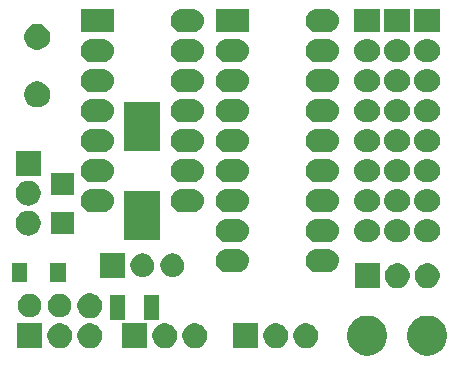
<source format=gbr>
G04 #@! TF.GenerationSoftware,KiCad,Pcbnew,(5.1.5)-3*
G04 #@! TF.CreationDate,2020-05-30T19:34:34+02:00*
G04 #@! TF.ProjectId,MutltiSwitch_Sw8,4d75746c-7469-4537-9769-7463685f5377,0.1*
G04 #@! TF.SameCoordinates,Original*
G04 #@! TF.FileFunction,Soldermask,Top*
G04 #@! TF.FilePolarity,Negative*
%FSLAX46Y46*%
G04 Gerber Fmt 4.6, Leading zero omitted, Abs format (unit mm)*
G04 Created by KiCad (PCBNEW (5.1.5)-3) date 2020-05-30 19:34:34*
%MOMM*%
%LPD*%
G04 APERTURE LIST*
%ADD10C,0.100000*%
G04 APERTURE END LIST*
D10*
G36*
X169876654Y-116442665D02*
G01*
X170040872Y-116475330D01*
X170350252Y-116603479D01*
X170628687Y-116789523D01*
X170865477Y-117026313D01*
X171051521Y-117304748D01*
X171179670Y-117614128D01*
X171245000Y-117942565D01*
X171245000Y-118277435D01*
X171179670Y-118605872D01*
X171051521Y-118915252D01*
X170865477Y-119193687D01*
X170628687Y-119430477D01*
X170350252Y-119616521D01*
X170040872Y-119744670D01*
X169876653Y-119777335D01*
X169712437Y-119810000D01*
X169377563Y-119810000D01*
X169213347Y-119777335D01*
X169049128Y-119744670D01*
X168739748Y-119616521D01*
X168461313Y-119430477D01*
X168224523Y-119193687D01*
X168038479Y-118915252D01*
X167910330Y-118605872D01*
X167845000Y-118277435D01*
X167845000Y-117942565D01*
X167910330Y-117614128D01*
X168038479Y-117304748D01*
X168224523Y-117026313D01*
X168461313Y-116789523D01*
X168739748Y-116603479D01*
X169049128Y-116475330D01*
X169213346Y-116442665D01*
X169377563Y-116410000D01*
X169712437Y-116410000D01*
X169876654Y-116442665D01*
G37*
G36*
X164796654Y-116442665D02*
G01*
X164960872Y-116475330D01*
X165270252Y-116603479D01*
X165548687Y-116789523D01*
X165785477Y-117026313D01*
X165971521Y-117304748D01*
X166099670Y-117614128D01*
X166165000Y-117942565D01*
X166165000Y-118277435D01*
X166099670Y-118605872D01*
X165971521Y-118915252D01*
X165785477Y-119193687D01*
X165548687Y-119430477D01*
X165270252Y-119616521D01*
X164960872Y-119744670D01*
X164796653Y-119777335D01*
X164632437Y-119810000D01*
X164297563Y-119810000D01*
X164133347Y-119777335D01*
X163969128Y-119744670D01*
X163659748Y-119616521D01*
X163381313Y-119430477D01*
X163144523Y-119193687D01*
X162958479Y-118915252D01*
X162830330Y-118605872D01*
X162765000Y-118277435D01*
X162765000Y-117942565D01*
X162830330Y-117614128D01*
X162958479Y-117304748D01*
X163144523Y-117026313D01*
X163381313Y-116789523D01*
X163659748Y-116603479D01*
X163969128Y-116475330D01*
X164133346Y-116442665D01*
X164297563Y-116410000D01*
X164632437Y-116410000D01*
X164796654Y-116442665D01*
G37*
G36*
X136940000Y-119160000D02*
G01*
X134840000Y-119160000D01*
X134840000Y-117060000D01*
X136940000Y-117060000D01*
X136940000Y-119160000D01*
G37*
G36*
X159386687Y-117065027D02*
G01*
X159564274Y-117100350D01*
X159755362Y-117179502D01*
X159927336Y-117294411D01*
X160073589Y-117440664D01*
X160188498Y-117612638D01*
X160267650Y-117803726D01*
X160308000Y-118006584D01*
X160308000Y-118213416D01*
X160267650Y-118416274D01*
X160188498Y-118607362D01*
X160073589Y-118779336D01*
X159927336Y-118925589D01*
X159755362Y-119040498D01*
X159564274Y-119119650D01*
X159386687Y-119154973D01*
X159361417Y-119160000D01*
X159154583Y-119160000D01*
X159129313Y-119154973D01*
X158951726Y-119119650D01*
X158760638Y-119040498D01*
X158588664Y-118925589D01*
X158442411Y-118779336D01*
X158327502Y-118607362D01*
X158248350Y-118416274D01*
X158208000Y-118213416D01*
X158208000Y-118006584D01*
X158248350Y-117803726D01*
X158327502Y-117612638D01*
X158442411Y-117440664D01*
X158588664Y-117294411D01*
X158760638Y-117179502D01*
X158951726Y-117100350D01*
X159129313Y-117065027D01*
X159154583Y-117060000D01*
X159361417Y-117060000D01*
X159386687Y-117065027D01*
G37*
G36*
X141098687Y-117065027D02*
G01*
X141276274Y-117100350D01*
X141467362Y-117179502D01*
X141639336Y-117294411D01*
X141785589Y-117440664D01*
X141900498Y-117612638D01*
X141979650Y-117803726D01*
X142020000Y-118006584D01*
X142020000Y-118213416D01*
X141979650Y-118416274D01*
X141900498Y-118607362D01*
X141785589Y-118779336D01*
X141639336Y-118925589D01*
X141467362Y-119040498D01*
X141276274Y-119119650D01*
X141098687Y-119154973D01*
X141073417Y-119160000D01*
X140866583Y-119160000D01*
X140841313Y-119154973D01*
X140663726Y-119119650D01*
X140472638Y-119040498D01*
X140300664Y-118925589D01*
X140154411Y-118779336D01*
X140039502Y-118607362D01*
X139960350Y-118416274D01*
X139920000Y-118213416D01*
X139920000Y-118006584D01*
X139960350Y-117803726D01*
X140039502Y-117612638D01*
X140154411Y-117440664D01*
X140300664Y-117294411D01*
X140472638Y-117179502D01*
X140663726Y-117100350D01*
X140841313Y-117065027D01*
X140866583Y-117060000D01*
X141073417Y-117060000D01*
X141098687Y-117065027D01*
G37*
G36*
X138558687Y-117065027D02*
G01*
X138736274Y-117100350D01*
X138927362Y-117179502D01*
X139099336Y-117294411D01*
X139245589Y-117440664D01*
X139360498Y-117612638D01*
X139439650Y-117803726D01*
X139480000Y-118006584D01*
X139480000Y-118213416D01*
X139439650Y-118416274D01*
X139360498Y-118607362D01*
X139245589Y-118779336D01*
X139099336Y-118925589D01*
X138927362Y-119040498D01*
X138736274Y-119119650D01*
X138558687Y-119154973D01*
X138533417Y-119160000D01*
X138326583Y-119160000D01*
X138301313Y-119154973D01*
X138123726Y-119119650D01*
X137932638Y-119040498D01*
X137760664Y-118925589D01*
X137614411Y-118779336D01*
X137499502Y-118607362D01*
X137420350Y-118416274D01*
X137380000Y-118213416D01*
X137380000Y-118006584D01*
X137420350Y-117803726D01*
X137499502Y-117612638D01*
X137614411Y-117440664D01*
X137760664Y-117294411D01*
X137932638Y-117179502D01*
X138123726Y-117100350D01*
X138301313Y-117065027D01*
X138326583Y-117060000D01*
X138533417Y-117060000D01*
X138558687Y-117065027D01*
G37*
G36*
X145830000Y-119160000D02*
G01*
X143730000Y-119160000D01*
X143730000Y-117060000D01*
X145830000Y-117060000D01*
X145830000Y-119160000D01*
G37*
G36*
X147448687Y-117065027D02*
G01*
X147626274Y-117100350D01*
X147817362Y-117179502D01*
X147989336Y-117294411D01*
X148135589Y-117440664D01*
X148250498Y-117612638D01*
X148329650Y-117803726D01*
X148370000Y-118006584D01*
X148370000Y-118213416D01*
X148329650Y-118416274D01*
X148250498Y-118607362D01*
X148135589Y-118779336D01*
X147989336Y-118925589D01*
X147817362Y-119040498D01*
X147626274Y-119119650D01*
X147448687Y-119154973D01*
X147423417Y-119160000D01*
X147216583Y-119160000D01*
X147191313Y-119154973D01*
X147013726Y-119119650D01*
X146822638Y-119040498D01*
X146650664Y-118925589D01*
X146504411Y-118779336D01*
X146389502Y-118607362D01*
X146310350Y-118416274D01*
X146270000Y-118213416D01*
X146270000Y-118006584D01*
X146310350Y-117803726D01*
X146389502Y-117612638D01*
X146504411Y-117440664D01*
X146650664Y-117294411D01*
X146822638Y-117179502D01*
X147013726Y-117100350D01*
X147191313Y-117065027D01*
X147216583Y-117060000D01*
X147423417Y-117060000D01*
X147448687Y-117065027D01*
G37*
G36*
X149988687Y-117065027D02*
G01*
X150166274Y-117100350D01*
X150357362Y-117179502D01*
X150529336Y-117294411D01*
X150675589Y-117440664D01*
X150790498Y-117612638D01*
X150869650Y-117803726D01*
X150910000Y-118006584D01*
X150910000Y-118213416D01*
X150869650Y-118416274D01*
X150790498Y-118607362D01*
X150675589Y-118779336D01*
X150529336Y-118925589D01*
X150357362Y-119040498D01*
X150166274Y-119119650D01*
X149988687Y-119154973D01*
X149963417Y-119160000D01*
X149756583Y-119160000D01*
X149731313Y-119154973D01*
X149553726Y-119119650D01*
X149362638Y-119040498D01*
X149190664Y-118925589D01*
X149044411Y-118779336D01*
X148929502Y-118607362D01*
X148850350Y-118416274D01*
X148810000Y-118213416D01*
X148810000Y-118006584D01*
X148850350Y-117803726D01*
X148929502Y-117612638D01*
X149044411Y-117440664D01*
X149190664Y-117294411D01*
X149362638Y-117179502D01*
X149553726Y-117100350D01*
X149731313Y-117065027D01*
X149756583Y-117060000D01*
X149963417Y-117060000D01*
X149988687Y-117065027D01*
G37*
G36*
X155228000Y-119160000D02*
G01*
X153128000Y-119160000D01*
X153128000Y-117060000D01*
X155228000Y-117060000D01*
X155228000Y-119160000D01*
G37*
G36*
X156846687Y-117065027D02*
G01*
X157024274Y-117100350D01*
X157215362Y-117179502D01*
X157387336Y-117294411D01*
X157533589Y-117440664D01*
X157648498Y-117612638D01*
X157727650Y-117803726D01*
X157768000Y-118006584D01*
X157768000Y-118213416D01*
X157727650Y-118416274D01*
X157648498Y-118607362D01*
X157533589Y-118779336D01*
X157387336Y-118925589D01*
X157215362Y-119040498D01*
X157024274Y-119119650D01*
X156846687Y-119154973D01*
X156821417Y-119160000D01*
X156614583Y-119160000D01*
X156589313Y-119154973D01*
X156411726Y-119119650D01*
X156220638Y-119040498D01*
X156048664Y-118925589D01*
X155902411Y-118779336D01*
X155787502Y-118607362D01*
X155708350Y-118416274D01*
X155668000Y-118213416D01*
X155668000Y-118006584D01*
X155708350Y-117803726D01*
X155787502Y-117612638D01*
X155902411Y-117440664D01*
X156048664Y-117294411D01*
X156220638Y-117179502D01*
X156411726Y-117100350D01*
X156589313Y-117065027D01*
X156614583Y-117060000D01*
X156821417Y-117060000D01*
X156846687Y-117065027D01*
G37*
G36*
X146880000Y-116747000D02*
G01*
X145580000Y-116747000D01*
X145580000Y-114647000D01*
X146880000Y-114647000D01*
X146880000Y-116747000D01*
G37*
G36*
X143980000Y-116747000D02*
G01*
X142680000Y-116747000D01*
X142680000Y-114647000D01*
X143980000Y-114647000D01*
X143980000Y-116747000D01*
G37*
G36*
X141098687Y-114525027D02*
G01*
X141276274Y-114560350D01*
X141467362Y-114639502D01*
X141639336Y-114754411D01*
X141785589Y-114900664D01*
X141900498Y-115072638D01*
X141979650Y-115263726D01*
X142020000Y-115466584D01*
X142020000Y-115673416D01*
X141979650Y-115876274D01*
X141900498Y-116067362D01*
X141785589Y-116239336D01*
X141639336Y-116385589D01*
X141467362Y-116500498D01*
X141276274Y-116579650D01*
X141098687Y-116614973D01*
X141073417Y-116620000D01*
X140866583Y-116620000D01*
X140841313Y-116614973D01*
X140663726Y-116579650D01*
X140472638Y-116500498D01*
X140300664Y-116385589D01*
X140154411Y-116239336D01*
X140039502Y-116067362D01*
X139960350Y-115876274D01*
X139920000Y-115673416D01*
X139920000Y-115466584D01*
X139960350Y-115263726D01*
X140039502Y-115072638D01*
X140154411Y-114900664D01*
X140300664Y-114754411D01*
X140472638Y-114639502D01*
X140663726Y-114560350D01*
X140841313Y-114525027D01*
X140866583Y-114520000D01*
X141073417Y-114520000D01*
X141098687Y-114525027D01*
G37*
G36*
X136117290Y-114595619D02*
G01*
X136181689Y-114608429D01*
X136363678Y-114683811D01*
X136527463Y-114793249D01*
X136666751Y-114932537D01*
X136776189Y-115096322D01*
X136851571Y-115278311D01*
X136851571Y-115278312D01*
X136890000Y-115471507D01*
X136890000Y-115668493D01*
X136864381Y-115797290D01*
X136851571Y-115861689D01*
X136776189Y-116043678D01*
X136666751Y-116207463D01*
X136527463Y-116346751D01*
X136363678Y-116456189D01*
X136181689Y-116531571D01*
X136117290Y-116544381D01*
X135988493Y-116570000D01*
X135791507Y-116570000D01*
X135662710Y-116544381D01*
X135598311Y-116531571D01*
X135416322Y-116456189D01*
X135252537Y-116346751D01*
X135113249Y-116207463D01*
X135003811Y-116043678D01*
X134928429Y-115861689D01*
X134915619Y-115797290D01*
X134890000Y-115668493D01*
X134890000Y-115471507D01*
X134928429Y-115278312D01*
X134928429Y-115278311D01*
X135003811Y-115096322D01*
X135113249Y-114932537D01*
X135252537Y-114793249D01*
X135416322Y-114683811D01*
X135598311Y-114608429D01*
X135662710Y-114595619D01*
X135791507Y-114570000D01*
X135988493Y-114570000D01*
X136117290Y-114595619D01*
G37*
G36*
X138657290Y-114595619D02*
G01*
X138721689Y-114608429D01*
X138903678Y-114683811D01*
X139067463Y-114793249D01*
X139206751Y-114932537D01*
X139316189Y-115096322D01*
X139391571Y-115278311D01*
X139391571Y-115278312D01*
X139430000Y-115471507D01*
X139430000Y-115668493D01*
X139404381Y-115797290D01*
X139391571Y-115861689D01*
X139316189Y-116043678D01*
X139206751Y-116207463D01*
X139067463Y-116346751D01*
X138903678Y-116456189D01*
X138721689Y-116531571D01*
X138657290Y-116544381D01*
X138528493Y-116570000D01*
X138331507Y-116570000D01*
X138202710Y-116544381D01*
X138138311Y-116531571D01*
X137956322Y-116456189D01*
X137792537Y-116346751D01*
X137653249Y-116207463D01*
X137543811Y-116043678D01*
X137468429Y-115861689D01*
X137455619Y-115797290D01*
X137430000Y-115668493D01*
X137430000Y-115471507D01*
X137468429Y-115278312D01*
X137468429Y-115278311D01*
X137543811Y-115096322D01*
X137653249Y-114932537D01*
X137792537Y-114793249D01*
X137956322Y-114683811D01*
X138138311Y-114608429D01*
X138202710Y-114595619D01*
X138331507Y-114570000D01*
X138528493Y-114570000D01*
X138657290Y-114595619D01*
G37*
G36*
X169673687Y-111985027D02*
G01*
X169851274Y-112020350D01*
X170042362Y-112099502D01*
X170214336Y-112214411D01*
X170360589Y-112360664D01*
X170475498Y-112532638D01*
X170554650Y-112723726D01*
X170589973Y-112901313D01*
X170595000Y-112926583D01*
X170595000Y-113133417D01*
X170589973Y-113158687D01*
X170554650Y-113336274D01*
X170475498Y-113527362D01*
X170360589Y-113699336D01*
X170214336Y-113845589D01*
X170042362Y-113960498D01*
X169851274Y-114039650D01*
X169673687Y-114074973D01*
X169648417Y-114080000D01*
X169441583Y-114080000D01*
X169416313Y-114074973D01*
X169238726Y-114039650D01*
X169047638Y-113960498D01*
X168875664Y-113845589D01*
X168729411Y-113699336D01*
X168614502Y-113527362D01*
X168535350Y-113336274D01*
X168500027Y-113158687D01*
X168495000Y-113133417D01*
X168495000Y-112926583D01*
X168500027Y-112901313D01*
X168535350Y-112723726D01*
X168614502Y-112532638D01*
X168729411Y-112360664D01*
X168875664Y-112214411D01*
X169047638Y-112099502D01*
X169238726Y-112020350D01*
X169416313Y-111985027D01*
X169441583Y-111980000D01*
X169648417Y-111980000D01*
X169673687Y-111985027D01*
G37*
G36*
X167133687Y-111985027D02*
G01*
X167311274Y-112020350D01*
X167502362Y-112099502D01*
X167674336Y-112214411D01*
X167820589Y-112360664D01*
X167935498Y-112532638D01*
X168014650Y-112723726D01*
X168049973Y-112901313D01*
X168055000Y-112926583D01*
X168055000Y-113133417D01*
X168049973Y-113158687D01*
X168014650Y-113336274D01*
X167935498Y-113527362D01*
X167820589Y-113699336D01*
X167674336Y-113845589D01*
X167502362Y-113960498D01*
X167311274Y-114039650D01*
X167133687Y-114074973D01*
X167108417Y-114080000D01*
X166901583Y-114080000D01*
X166876313Y-114074973D01*
X166698726Y-114039650D01*
X166507638Y-113960498D01*
X166335664Y-113845589D01*
X166189411Y-113699336D01*
X166074502Y-113527362D01*
X165995350Y-113336274D01*
X165960027Y-113158687D01*
X165955000Y-113133417D01*
X165955000Y-112926583D01*
X165960027Y-112901313D01*
X165995350Y-112723726D01*
X166074502Y-112532638D01*
X166189411Y-112360664D01*
X166335664Y-112214411D01*
X166507638Y-112099502D01*
X166698726Y-112020350D01*
X166876313Y-111985027D01*
X166901583Y-111980000D01*
X167108417Y-111980000D01*
X167133687Y-111985027D01*
G37*
G36*
X165515000Y-114080000D02*
G01*
X163415000Y-114080000D01*
X163415000Y-111980000D01*
X165515000Y-111980000D01*
X165515000Y-114080000D01*
G37*
G36*
X138952000Y-113576000D02*
G01*
X137652000Y-113576000D01*
X137652000Y-111976000D01*
X138952000Y-111976000D01*
X138952000Y-113576000D01*
G37*
G36*
X135652000Y-113576000D02*
G01*
X134352000Y-113576000D01*
X134352000Y-111976000D01*
X135652000Y-111976000D01*
X135652000Y-113576000D01*
G37*
G36*
X143925000Y-113191000D02*
G01*
X141825000Y-113191000D01*
X141825000Y-111091000D01*
X143925000Y-111091000D01*
X143925000Y-113191000D01*
G37*
G36*
X145642290Y-111166619D02*
G01*
X145706689Y-111179429D01*
X145888678Y-111254811D01*
X146052463Y-111364249D01*
X146191751Y-111503537D01*
X146301189Y-111667322D01*
X146339577Y-111760000D01*
X146376571Y-111849312D01*
X146415000Y-112042507D01*
X146415000Y-112239493D01*
X146390897Y-112360665D01*
X146376571Y-112432689D01*
X146301189Y-112614678D01*
X146191751Y-112778463D01*
X146052463Y-112917751D01*
X145888678Y-113027189D01*
X145706689Y-113102571D01*
X145642290Y-113115381D01*
X145513493Y-113141000D01*
X145316507Y-113141000D01*
X145187710Y-113115381D01*
X145123311Y-113102571D01*
X144941322Y-113027189D01*
X144777537Y-112917751D01*
X144638249Y-112778463D01*
X144528811Y-112614678D01*
X144453429Y-112432689D01*
X144439103Y-112360665D01*
X144415000Y-112239493D01*
X144415000Y-112042507D01*
X144453429Y-111849312D01*
X144490423Y-111760000D01*
X144528811Y-111667322D01*
X144638249Y-111503537D01*
X144777537Y-111364249D01*
X144941322Y-111254811D01*
X145123311Y-111179429D01*
X145187710Y-111166619D01*
X145316507Y-111141000D01*
X145513493Y-111141000D01*
X145642290Y-111166619D01*
G37*
G36*
X148182290Y-111166619D02*
G01*
X148246689Y-111179429D01*
X148428678Y-111254811D01*
X148592463Y-111364249D01*
X148731751Y-111503537D01*
X148841189Y-111667322D01*
X148879577Y-111760000D01*
X148916571Y-111849312D01*
X148955000Y-112042507D01*
X148955000Y-112239493D01*
X148930897Y-112360665D01*
X148916571Y-112432689D01*
X148841189Y-112614678D01*
X148731751Y-112778463D01*
X148592463Y-112917751D01*
X148428678Y-113027189D01*
X148246689Y-113102571D01*
X148182290Y-113115381D01*
X148053493Y-113141000D01*
X147856507Y-113141000D01*
X147727710Y-113115381D01*
X147663311Y-113102571D01*
X147481322Y-113027189D01*
X147317537Y-112917751D01*
X147178249Y-112778463D01*
X147068811Y-112614678D01*
X146993429Y-112432689D01*
X146979103Y-112360665D01*
X146955000Y-112239493D01*
X146955000Y-112042507D01*
X146993429Y-111849312D01*
X147030423Y-111760000D01*
X147068811Y-111667322D01*
X147178249Y-111503537D01*
X147317537Y-111364249D01*
X147481322Y-111254811D01*
X147663311Y-111179429D01*
X147727710Y-111166619D01*
X147856507Y-111141000D01*
X148053493Y-111141000D01*
X148182290Y-111166619D01*
G37*
G36*
X153631032Y-110774469D02*
G01*
X153725285Y-110803061D01*
X153819535Y-110831651D01*
X153819537Y-110831652D01*
X153993258Y-110924507D01*
X154145528Y-111049472D01*
X154270493Y-111201742D01*
X154363348Y-111375463D01*
X154420531Y-111563968D01*
X154439838Y-111760000D01*
X154420531Y-111956032D01*
X154413260Y-111980000D01*
X154377010Y-112099502D01*
X154363348Y-112144537D01*
X154270493Y-112318258D01*
X154145528Y-112470528D01*
X153993258Y-112595493D01*
X153819537Y-112688348D01*
X153819535Y-112688349D01*
X153725284Y-112716940D01*
X153631032Y-112745531D01*
X153484124Y-112760000D01*
X152585876Y-112760000D01*
X152438968Y-112745531D01*
X152344716Y-112716940D01*
X152250465Y-112688349D01*
X152250463Y-112688348D01*
X152076742Y-112595493D01*
X151924472Y-112470528D01*
X151799507Y-112318258D01*
X151706652Y-112144537D01*
X151692991Y-112099502D01*
X151656740Y-111980000D01*
X151649469Y-111956032D01*
X151630162Y-111760000D01*
X151649469Y-111563968D01*
X151706652Y-111375463D01*
X151799507Y-111201742D01*
X151924472Y-111049472D01*
X152076742Y-110924507D01*
X152250463Y-110831652D01*
X152250465Y-110831651D01*
X152344715Y-110803061D01*
X152438968Y-110774469D01*
X152585876Y-110760000D01*
X153484124Y-110760000D01*
X153631032Y-110774469D01*
G37*
G36*
X161251032Y-110774469D02*
G01*
X161345285Y-110803061D01*
X161439535Y-110831651D01*
X161439537Y-110831652D01*
X161613258Y-110924507D01*
X161765528Y-111049472D01*
X161890493Y-111201742D01*
X161983348Y-111375463D01*
X162040531Y-111563968D01*
X162059838Y-111760000D01*
X162040531Y-111956032D01*
X162033260Y-111980000D01*
X161997010Y-112099502D01*
X161983348Y-112144537D01*
X161890493Y-112318258D01*
X161765528Y-112470528D01*
X161613258Y-112595493D01*
X161439537Y-112688348D01*
X161439535Y-112688349D01*
X161345284Y-112716940D01*
X161251032Y-112745531D01*
X161104124Y-112760000D01*
X160205876Y-112760000D01*
X160058968Y-112745531D01*
X159964716Y-112716940D01*
X159870465Y-112688349D01*
X159870463Y-112688348D01*
X159696742Y-112595493D01*
X159544472Y-112470528D01*
X159419507Y-112318258D01*
X159326652Y-112144537D01*
X159312991Y-112099502D01*
X159276740Y-111980000D01*
X159269469Y-111956032D01*
X159250162Y-111760000D01*
X159269469Y-111563968D01*
X159326652Y-111375463D01*
X159419507Y-111201742D01*
X159544472Y-111049472D01*
X159696742Y-110924507D01*
X159870463Y-110831652D01*
X159870465Y-110831651D01*
X159964715Y-110803061D01*
X160058968Y-110774469D01*
X160205876Y-110760000D01*
X161104124Y-110760000D01*
X161251032Y-110774469D01*
G37*
G36*
X161251032Y-108234469D02*
G01*
X161345284Y-108263060D01*
X161439535Y-108291651D01*
X161439537Y-108291652D01*
X161613258Y-108384507D01*
X161765528Y-108509472D01*
X161890493Y-108661742D01*
X161983348Y-108835463D01*
X162040531Y-109023968D01*
X162059838Y-109220000D01*
X162040531Y-109416032D01*
X162040530Y-109416034D01*
X161986348Y-109594650D01*
X161983348Y-109604537D01*
X161890493Y-109778258D01*
X161765528Y-109930528D01*
X161613258Y-110055493D01*
X161439537Y-110148348D01*
X161439535Y-110148349D01*
X161368161Y-110170000D01*
X161251032Y-110205531D01*
X161104124Y-110220000D01*
X160205876Y-110220000D01*
X160058968Y-110205531D01*
X159941839Y-110170000D01*
X159870465Y-110148349D01*
X159870463Y-110148348D01*
X159696742Y-110055493D01*
X159544472Y-109930528D01*
X159419507Y-109778258D01*
X159326652Y-109604537D01*
X159323653Y-109594650D01*
X159269470Y-109416034D01*
X159269469Y-109416032D01*
X159250162Y-109220000D01*
X159269469Y-109023968D01*
X159326652Y-108835463D01*
X159419507Y-108661742D01*
X159544472Y-108509472D01*
X159696742Y-108384507D01*
X159870463Y-108291652D01*
X159870465Y-108291651D01*
X159964716Y-108263060D01*
X160058968Y-108234469D01*
X160205876Y-108220000D01*
X161104124Y-108220000D01*
X161251032Y-108234469D01*
G37*
G36*
X153631032Y-108234469D02*
G01*
X153725284Y-108263060D01*
X153819535Y-108291651D01*
X153819537Y-108291652D01*
X153993258Y-108384507D01*
X154145528Y-108509472D01*
X154270493Y-108661742D01*
X154363348Y-108835463D01*
X154420531Y-109023968D01*
X154439838Y-109220000D01*
X154420531Y-109416032D01*
X154420530Y-109416034D01*
X154366348Y-109594650D01*
X154363348Y-109604537D01*
X154270493Y-109778258D01*
X154145528Y-109930528D01*
X153993258Y-110055493D01*
X153819537Y-110148348D01*
X153819535Y-110148349D01*
X153748161Y-110170000D01*
X153631032Y-110205531D01*
X153484124Y-110220000D01*
X152585876Y-110220000D01*
X152438968Y-110205531D01*
X152321839Y-110170000D01*
X152250465Y-110148349D01*
X152250463Y-110148348D01*
X152076742Y-110055493D01*
X151924472Y-109930528D01*
X151799507Y-109778258D01*
X151706652Y-109604537D01*
X151703653Y-109594650D01*
X151649470Y-109416034D01*
X151649469Y-109416032D01*
X151630162Y-109220000D01*
X151649469Y-109023968D01*
X151706652Y-108835463D01*
X151799507Y-108661742D01*
X151924472Y-108509472D01*
X152076742Y-108384507D01*
X152250463Y-108291652D01*
X152250465Y-108291651D01*
X152344716Y-108263060D01*
X152438968Y-108234469D01*
X152585876Y-108220000D01*
X153484124Y-108220000D01*
X153631032Y-108234469D01*
G37*
G36*
X169811448Y-108276873D02*
G01*
X169881232Y-108283746D01*
X169970770Y-108310907D01*
X170060309Y-108338068D01*
X170147189Y-108384507D01*
X170225345Y-108426282D01*
X170225347Y-108426283D01*
X170225346Y-108426283D01*
X170370002Y-108544998D01*
X170488717Y-108689654D01*
X170576932Y-108854691D01*
X170588029Y-108891274D01*
X170631254Y-109033768D01*
X170649596Y-109220000D01*
X170631254Y-109406232D01*
X170604093Y-109495770D01*
X170576932Y-109585309D01*
X170488717Y-109750346D01*
X170370002Y-109895002D01*
X170238316Y-110003073D01*
X170225345Y-110013718D01*
X170148523Y-110054780D01*
X170060309Y-110101932D01*
X169970770Y-110129093D01*
X169881232Y-110156254D01*
X169741666Y-110170000D01*
X169348334Y-110170000D01*
X169208768Y-110156254D01*
X169119230Y-110129093D01*
X169029691Y-110101932D01*
X168941477Y-110054780D01*
X168864655Y-110013718D01*
X168851684Y-110003073D01*
X168719998Y-109895002D01*
X168601283Y-109750346D01*
X168513068Y-109585309D01*
X168485907Y-109495770D01*
X168458746Y-109406232D01*
X168440404Y-109220000D01*
X168458746Y-109033768D01*
X168501971Y-108891274D01*
X168513068Y-108854691D01*
X168601283Y-108689654D01*
X168719998Y-108544998D01*
X168864654Y-108426283D01*
X168864653Y-108426283D01*
X168864655Y-108426282D01*
X168942811Y-108384507D01*
X169029691Y-108338068D01*
X169119230Y-108310907D01*
X169208768Y-108283746D01*
X169278552Y-108276873D01*
X169348334Y-108270000D01*
X169741666Y-108270000D01*
X169811448Y-108276873D01*
G37*
G36*
X164731448Y-108276873D02*
G01*
X164801232Y-108283746D01*
X164890770Y-108310907D01*
X164980309Y-108338068D01*
X165067189Y-108384507D01*
X165145345Y-108426282D01*
X165145347Y-108426283D01*
X165145346Y-108426283D01*
X165290002Y-108544998D01*
X165408717Y-108689654D01*
X165496932Y-108854691D01*
X165508029Y-108891274D01*
X165551254Y-109033768D01*
X165569596Y-109220000D01*
X165551254Y-109406232D01*
X165524093Y-109495770D01*
X165496932Y-109585309D01*
X165408717Y-109750346D01*
X165290002Y-109895002D01*
X165158316Y-110003073D01*
X165145345Y-110013718D01*
X165068523Y-110054780D01*
X164980309Y-110101932D01*
X164890770Y-110129093D01*
X164801232Y-110156254D01*
X164661666Y-110170000D01*
X164268334Y-110170000D01*
X164128768Y-110156254D01*
X164039230Y-110129093D01*
X163949691Y-110101932D01*
X163861477Y-110054780D01*
X163784655Y-110013718D01*
X163771684Y-110003073D01*
X163639998Y-109895002D01*
X163521283Y-109750346D01*
X163433068Y-109585309D01*
X163405907Y-109495770D01*
X163378746Y-109406232D01*
X163360404Y-109220000D01*
X163378746Y-109033768D01*
X163421971Y-108891274D01*
X163433068Y-108854691D01*
X163521283Y-108689654D01*
X163639998Y-108544998D01*
X163784654Y-108426283D01*
X163784653Y-108426283D01*
X163784655Y-108426282D01*
X163862811Y-108384507D01*
X163949691Y-108338068D01*
X164039230Y-108310907D01*
X164128768Y-108283746D01*
X164198552Y-108276873D01*
X164268334Y-108270000D01*
X164661666Y-108270000D01*
X164731448Y-108276873D01*
G37*
G36*
X167271448Y-108276873D02*
G01*
X167341232Y-108283746D01*
X167430770Y-108310907D01*
X167520309Y-108338068D01*
X167607189Y-108384507D01*
X167685345Y-108426282D01*
X167685347Y-108426283D01*
X167685346Y-108426283D01*
X167830002Y-108544998D01*
X167948717Y-108689654D01*
X168036932Y-108854691D01*
X168048029Y-108891274D01*
X168091254Y-109033768D01*
X168109596Y-109220000D01*
X168091254Y-109406232D01*
X168064093Y-109495770D01*
X168036932Y-109585309D01*
X167948717Y-109750346D01*
X167830002Y-109895002D01*
X167698316Y-110003073D01*
X167685345Y-110013718D01*
X167608523Y-110054780D01*
X167520309Y-110101932D01*
X167430770Y-110129093D01*
X167341232Y-110156254D01*
X167201666Y-110170000D01*
X166808334Y-110170000D01*
X166668768Y-110156254D01*
X166579230Y-110129093D01*
X166489691Y-110101932D01*
X166401477Y-110054780D01*
X166324655Y-110013718D01*
X166311684Y-110003073D01*
X166179998Y-109895002D01*
X166061283Y-109750346D01*
X165973068Y-109585309D01*
X165945907Y-109495770D01*
X165918746Y-109406232D01*
X165900404Y-109220000D01*
X165918746Y-109033768D01*
X165961971Y-108891274D01*
X165973068Y-108854691D01*
X166061283Y-108689654D01*
X166179998Y-108544998D01*
X166324654Y-108426283D01*
X166324653Y-108426283D01*
X166324655Y-108426282D01*
X166402811Y-108384507D01*
X166489691Y-108338068D01*
X166579230Y-108310907D01*
X166668768Y-108283746D01*
X166738552Y-108276873D01*
X166808334Y-108270000D01*
X167201666Y-108270000D01*
X167271448Y-108276873D01*
G37*
G36*
X146965000Y-110025000D02*
G01*
X143865000Y-110025000D01*
X143865000Y-105875000D01*
X146965000Y-105875000D01*
X146965000Y-110025000D01*
G37*
G36*
X135891687Y-107540027D02*
G01*
X136069274Y-107575350D01*
X136260362Y-107654502D01*
X136432336Y-107769411D01*
X136578589Y-107915664D01*
X136693498Y-108087638D01*
X136772650Y-108278726D01*
X136813000Y-108481584D01*
X136813000Y-108688416D01*
X136772650Y-108891274D01*
X136693498Y-109082362D01*
X136578589Y-109254336D01*
X136432336Y-109400589D01*
X136260362Y-109515498D01*
X136069274Y-109594650D01*
X135891687Y-109629973D01*
X135866417Y-109635000D01*
X135659583Y-109635000D01*
X135634313Y-109629973D01*
X135456726Y-109594650D01*
X135265638Y-109515498D01*
X135093664Y-109400589D01*
X134947411Y-109254336D01*
X134832502Y-109082362D01*
X134753350Y-108891274D01*
X134713000Y-108688416D01*
X134713000Y-108481584D01*
X134753350Y-108278726D01*
X134832502Y-108087638D01*
X134947411Y-107915664D01*
X135093664Y-107769411D01*
X135265638Y-107654502D01*
X135456726Y-107575350D01*
X135634313Y-107540027D01*
X135659583Y-107535000D01*
X135866417Y-107535000D01*
X135891687Y-107540027D01*
G37*
G36*
X139634000Y-109535000D02*
G01*
X137734000Y-109535000D01*
X137734000Y-107635000D01*
X139634000Y-107635000D01*
X139634000Y-109535000D01*
G37*
G36*
X161251032Y-105694469D02*
G01*
X161345284Y-105723060D01*
X161439535Y-105751651D01*
X161439537Y-105751652D01*
X161613258Y-105844507D01*
X161765528Y-105969472D01*
X161890493Y-106121742D01*
X161983348Y-106295463D01*
X162040531Y-106483968D01*
X162059838Y-106680000D01*
X162040531Y-106876032D01*
X162040530Y-106876034D01*
X161986348Y-107054650D01*
X161983348Y-107064537D01*
X161890493Y-107238258D01*
X161765528Y-107390528D01*
X161613258Y-107515493D01*
X161439537Y-107608348D01*
X161439535Y-107608349D01*
X161368161Y-107630000D01*
X161251032Y-107665531D01*
X161104124Y-107680000D01*
X160205876Y-107680000D01*
X160058968Y-107665531D01*
X159941839Y-107630000D01*
X159870465Y-107608349D01*
X159870463Y-107608348D01*
X159696742Y-107515493D01*
X159544472Y-107390528D01*
X159419507Y-107238258D01*
X159326652Y-107064537D01*
X159323653Y-107054650D01*
X159269470Y-106876034D01*
X159269469Y-106876032D01*
X159250162Y-106680000D01*
X159269469Y-106483968D01*
X159326652Y-106295463D01*
X159419507Y-106121742D01*
X159544472Y-105969472D01*
X159696742Y-105844507D01*
X159870463Y-105751652D01*
X159870465Y-105751651D01*
X159964716Y-105723060D01*
X160058968Y-105694469D01*
X160205876Y-105680000D01*
X161104124Y-105680000D01*
X161251032Y-105694469D01*
G37*
G36*
X149821032Y-105694469D02*
G01*
X149915284Y-105723060D01*
X150009535Y-105751651D01*
X150009537Y-105751652D01*
X150183258Y-105844507D01*
X150335528Y-105969472D01*
X150460493Y-106121742D01*
X150553348Y-106295463D01*
X150610531Y-106483968D01*
X150629838Y-106680000D01*
X150610531Y-106876032D01*
X150610530Y-106876034D01*
X150556348Y-107054650D01*
X150553348Y-107064537D01*
X150460493Y-107238258D01*
X150335528Y-107390528D01*
X150183258Y-107515493D01*
X150009537Y-107608348D01*
X150009535Y-107608349D01*
X149938161Y-107630000D01*
X149821032Y-107665531D01*
X149674124Y-107680000D01*
X148775876Y-107680000D01*
X148628968Y-107665531D01*
X148511839Y-107630000D01*
X148440465Y-107608349D01*
X148440463Y-107608348D01*
X148266742Y-107515493D01*
X148114472Y-107390528D01*
X147989507Y-107238258D01*
X147896652Y-107064537D01*
X147893653Y-107054650D01*
X147839470Y-106876034D01*
X147839469Y-106876032D01*
X147820162Y-106680000D01*
X147839469Y-106483968D01*
X147896652Y-106295463D01*
X147989507Y-106121742D01*
X148114472Y-105969472D01*
X148266742Y-105844507D01*
X148440463Y-105751652D01*
X148440465Y-105751651D01*
X148534716Y-105723060D01*
X148628968Y-105694469D01*
X148775876Y-105680000D01*
X149674124Y-105680000D01*
X149821032Y-105694469D01*
G37*
G36*
X142201032Y-105694469D02*
G01*
X142295284Y-105723060D01*
X142389535Y-105751651D01*
X142389537Y-105751652D01*
X142563258Y-105844507D01*
X142715528Y-105969472D01*
X142840493Y-106121742D01*
X142933348Y-106295463D01*
X142990531Y-106483968D01*
X143009838Y-106680000D01*
X142990531Y-106876032D01*
X142990530Y-106876034D01*
X142936348Y-107054650D01*
X142933348Y-107064537D01*
X142840493Y-107238258D01*
X142715528Y-107390528D01*
X142563258Y-107515493D01*
X142389537Y-107608348D01*
X142389535Y-107608349D01*
X142318161Y-107630000D01*
X142201032Y-107665531D01*
X142054124Y-107680000D01*
X141155876Y-107680000D01*
X141008968Y-107665531D01*
X140891839Y-107630000D01*
X140820465Y-107608349D01*
X140820463Y-107608348D01*
X140646742Y-107515493D01*
X140494472Y-107390528D01*
X140369507Y-107238258D01*
X140276652Y-107064537D01*
X140273653Y-107054650D01*
X140219470Y-106876034D01*
X140219469Y-106876032D01*
X140200162Y-106680000D01*
X140219469Y-106483968D01*
X140276652Y-106295463D01*
X140369507Y-106121742D01*
X140494472Y-105969472D01*
X140646742Y-105844507D01*
X140820463Y-105751652D01*
X140820465Y-105751651D01*
X140914716Y-105723060D01*
X141008968Y-105694469D01*
X141155876Y-105680000D01*
X142054124Y-105680000D01*
X142201032Y-105694469D01*
G37*
G36*
X153631032Y-105694469D02*
G01*
X153725284Y-105723060D01*
X153819535Y-105751651D01*
X153819537Y-105751652D01*
X153993258Y-105844507D01*
X154145528Y-105969472D01*
X154270493Y-106121742D01*
X154363348Y-106295463D01*
X154420531Y-106483968D01*
X154439838Y-106680000D01*
X154420531Y-106876032D01*
X154420530Y-106876034D01*
X154366348Y-107054650D01*
X154363348Y-107064537D01*
X154270493Y-107238258D01*
X154145528Y-107390528D01*
X153993258Y-107515493D01*
X153819537Y-107608348D01*
X153819535Y-107608349D01*
X153748161Y-107630000D01*
X153631032Y-107665531D01*
X153484124Y-107680000D01*
X152585876Y-107680000D01*
X152438968Y-107665531D01*
X152321839Y-107630000D01*
X152250465Y-107608349D01*
X152250463Y-107608348D01*
X152076742Y-107515493D01*
X151924472Y-107390528D01*
X151799507Y-107238258D01*
X151706652Y-107064537D01*
X151703653Y-107054650D01*
X151649470Y-106876034D01*
X151649469Y-106876032D01*
X151630162Y-106680000D01*
X151649469Y-106483968D01*
X151706652Y-106295463D01*
X151799507Y-106121742D01*
X151924472Y-105969472D01*
X152076742Y-105844507D01*
X152250463Y-105751652D01*
X152250465Y-105751651D01*
X152344716Y-105723060D01*
X152438968Y-105694469D01*
X152585876Y-105680000D01*
X153484124Y-105680000D01*
X153631032Y-105694469D01*
G37*
G36*
X169881232Y-105743746D02*
G01*
X169970770Y-105770907D01*
X170060309Y-105798068D01*
X170147189Y-105844507D01*
X170225345Y-105886282D01*
X170225347Y-105886283D01*
X170225346Y-105886283D01*
X170370002Y-106004998D01*
X170488717Y-106149654D01*
X170576932Y-106314691D01*
X170588029Y-106351274D01*
X170631254Y-106493768D01*
X170649596Y-106680000D01*
X170631254Y-106866232D01*
X170604093Y-106955770D01*
X170576932Y-107045309D01*
X170488717Y-107210346D01*
X170370002Y-107355002D01*
X170238315Y-107463073D01*
X170225345Y-107473718D01*
X170148523Y-107514780D01*
X170060309Y-107561932D01*
X169970770Y-107589093D01*
X169881232Y-107616254D01*
X169741666Y-107630000D01*
X169348334Y-107630000D01*
X169208768Y-107616254D01*
X169119230Y-107589093D01*
X169029691Y-107561932D01*
X168941477Y-107514780D01*
X168864655Y-107473718D01*
X168851685Y-107463073D01*
X168719998Y-107355002D01*
X168601283Y-107210346D01*
X168513068Y-107045309D01*
X168485907Y-106955770D01*
X168458746Y-106866232D01*
X168440404Y-106680000D01*
X168458746Y-106493768D01*
X168501971Y-106351274D01*
X168513068Y-106314691D01*
X168601283Y-106149654D01*
X168719998Y-106004998D01*
X168864654Y-105886283D01*
X168864653Y-105886283D01*
X168864655Y-105886282D01*
X168942811Y-105844507D01*
X169029691Y-105798068D01*
X169119230Y-105770907D01*
X169208768Y-105743746D01*
X169278552Y-105736873D01*
X169348334Y-105730000D01*
X169741666Y-105730000D01*
X169881232Y-105743746D01*
G37*
G36*
X167341232Y-105743746D02*
G01*
X167430770Y-105770907D01*
X167520309Y-105798068D01*
X167607189Y-105844507D01*
X167685345Y-105886282D01*
X167685347Y-105886283D01*
X167685346Y-105886283D01*
X167830002Y-106004998D01*
X167948717Y-106149654D01*
X168036932Y-106314691D01*
X168048029Y-106351274D01*
X168091254Y-106493768D01*
X168109596Y-106680000D01*
X168091254Y-106866232D01*
X168064093Y-106955770D01*
X168036932Y-107045309D01*
X167948717Y-107210346D01*
X167830002Y-107355002D01*
X167698315Y-107463073D01*
X167685345Y-107473718D01*
X167608523Y-107514780D01*
X167520309Y-107561932D01*
X167430770Y-107589093D01*
X167341232Y-107616254D01*
X167201666Y-107630000D01*
X166808334Y-107630000D01*
X166668768Y-107616254D01*
X166579230Y-107589093D01*
X166489691Y-107561932D01*
X166401477Y-107514780D01*
X166324655Y-107473718D01*
X166311685Y-107463073D01*
X166179998Y-107355002D01*
X166061283Y-107210346D01*
X165973068Y-107045309D01*
X165945907Y-106955770D01*
X165918746Y-106866232D01*
X165900404Y-106680000D01*
X165918746Y-106493768D01*
X165961971Y-106351274D01*
X165973068Y-106314691D01*
X166061283Y-106149654D01*
X166179998Y-106004998D01*
X166324654Y-105886283D01*
X166324653Y-105886283D01*
X166324655Y-105886282D01*
X166402811Y-105844507D01*
X166489691Y-105798068D01*
X166579230Y-105770907D01*
X166668768Y-105743746D01*
X166738552Y-105736873D01*
X166808334Y-105730000D01*
X167201666Y-105730000D01*
X167341232Y-105743746D01*
G37*
G36*
X164801232Y-105743746D02*
G01*
X164890770Y-105770907D01*
X164980309Y-105798068D01*
X165067189Y-105844507D01*
X165145345Y-105886282D01*
X165145347Y-105886283D01*
X165145346Y-105886283D01*
X165290002Y-106004998D01*
X165408717Y-106149654D01*
X165496932Y-106314691D01*
X165508029Y-106351274D01*
X165551254Y-106493768D01*
X165569596Y-106680000D01*
X165551254Y-106866232D01*
X165524093Y-106955770D01*
X165496932Y-107045309D01*
X165408717Y-107210346D01*
X165290002Y-107355002D01*
X165158315Y-107463073D01*
X165145345Y-107473718D01*
X165068523Y-107514780D01*
X164980309Y-107561932D01*
X164890770Y-107589093D01*
X164801232Y-107616254D01*
X164661666Y-107630000D01*
X164268334Y-107630000D01*
X164128768Y-107616254D01*
X164039230Y-107589093D01*
X163949691Y-107561932D01*
X163861477Y-107514780D01*
X163784655Y-107473718D01*
X163771685Y-107463073D01*
X163639998Y-107355002D01*
X163521283Y-107210346D01*
X163433068Y-107045309D01*
X163405907Y-106955770D01*
X163378746Y-106866232D01*
X163360404Y-106680000D01*
X163378746Y-106493768D01*
X163421971Y-106351274D01*
X163433068Y-106314691D01*
X163521283Y-106149654D01*
X163639998Y-106004998D01*
X163784654Y-105886283D01*
X163784653Y-105886283D01*
X163784655Y-105886282D01*
X163862811Y-105844507D01*
X163949691Y-105798068D01*
X164039230Y-105770907D01*
X164128768Y-105743746D01*
X164198552Y-105736873D01*
X164268334Y-105730000D01*
X164661666Y-105730000D01*
X164801232Y-105743746D01*
G37*
G36*
X135891687Y-105000027D02*
G01*
X136069274Y-105035350D01*
X136260362Y-105114502D01*
X136432336Y-105229411D01*
X136578589Y-105375664D01*
X136693498Y-105547638D01*
X136772650Y-105738726D01*
X136813000Y-105941584D01*
X136813000Y-106148416D01*
X136772650Y-106351274D01*
X136693498Y-106542362D01*
X136578589Y-106714336D01*
X136432336Y-106860589D01*
X136260362Y-106975498D01*
X136069274Y-107054650D01*
X135891687Y-107089973D01*
X135866417Y-107095000D01*
X135659583Y-107095000D01*
X135634313Y-107089973D01*
X135456726Y-107054650D01*
X135265638Y-106975498D01*
X135093664Y-106860589D01*
X134947411Y-106714336D01*
X134832502Y-106542362D01*
X134753350Y-106351274D01*
X134713000Y-106148416D01*
X134713000Y-105941584D01*
X134753350Y-105738726D01*
X134832502Y-105547638D01*
X134947411Y-105375664D01*
X135093664Y-105229411D01*
X135265638Y-105114502D01*
X135456726Y-105035350D01*
X135634313Y-105000027D01*
X135659583Y-104995000D01*
X135866417Y-104995000D01*
X135891687Y-105000027D01*
G37*
G36*
X139634000Y-106235000D02*
G01*
X137734000Y-106235000D01*
X137734000Y-104335000D01*
X139634000Y-104335000D01*
X139634000Y-106235000D01*
G37*
G36*
X142201032Y-103154469D02*
G01*
X142295285Y-103183061D01*
X142389535Y-103211651D01*
X142389537Y-103211652D01*
X142563258Y-103304507D01*
X142715528Y-103429472D01*
X142840493Y-103581742D01*
X142933348Y-103755463D01*
X142990531Y-103943968D01*
X143009838Y-104140000D01*
X142990531Y-104336032D01*
X142933348Y-104524537D01*
X142840493Y-104698258D01*
X142715528Y-104850528D01*
X142563258Y-104975493D01*
X142389537Y-105068348D01*
X142389535Y-105068349D01*
X142318161Y-105090000D01*
X142201032Y-105125531D01*
X142054124Y-105140000D01*
X141155876Y-105140000D01*
X141008968Y-105125531D01*
X140891839Y-105090000D01*
X140820465Y-105068349D01*
X140820463Y-105068348D01*
X140646742Y-104975493D01*
X140494472Y-104850528D01*
X140369507Y-104698258D01*
X140276652Y-104524537D01*
X140219469Y-104336032D01*
X140200162Y-104140000D01*
X140219469Y-103943968D01*
X140276652Y-103755463D01*
X140369507Y-103581742D01*
X140494472Y-103429472D01*
X140646742Y-103304507D01*
X140820463Y-103211652D01*
X140820465Y-103211651D01*
X140914715Y-103183061D01*
X141008968Y-103154469D01*
X141155876Y-103140000D01*
X142054124Y-103140000D01*
X142201032Y-103154469D01*
G37*
G36*
X149821032Y-103154469D02*
G01*
X149915285Y-103183061D01*
X150009535Y-103211651D01*
X150009537Y-103211652D01*
X150183258Y-103304507D01*
X150335528Y-103429472D01*
X150460493Y-103581742D01*
X150553348Y-103755463D01*
X150610531Y-103943968D01*
X150629838Y-104140000D01*
X150610531Y-104336032D01*
X150553348Y-104524537D01*
X150460493Y-104698258D01*
X150335528Y-104850528D01*
X150183258Y-104975493D01*
X150009537Y-105068348D01*
X150009535Y-105068349D01*
X149938161Y-105090000D01*
X149821032Y-105125531D01*
X149674124Y-105140000D01*
X148775876Y-105140000D01*
X148628968Y-105125531D01*
X148511839Y-105090000D01*
X148440465Y-105068349D01*
X148440463Y-105068348D01*
X148266742Y-104975493D01*
X148114472Y-104850528D01*
X147989507Y-104698258D01*
X147896652Y-104524537D01*
X147839469Y-104336032D01*
X147820162Y-104140000D01*
X147839469Y-103943968D01*
X147896652Y-103755463D01*
X147989507Y-103581742D01*
X148114472Y-103429472D01*
X148266742Y-103304507D01*
X148440463Y-103211652D01*
X148440465Y-103211651D01*
X148534715Y-103183061D01*
X148628968Y-103154469D01*
X148775876Y-103140000D01*
X149674124Y-103140000D01*
X149821032Y-103154469D01*
G37*
G36*
X153631032Y-103154469D02*
G01*
X153725285Y-103183061D01*
X153819535Y-103211651D01*
X153819537Y-103211652D01*
X153993258Y-103304507D01*
X154145528Y-103429472D01*
X154270493Y-103581742D01*
X154363348Y-103755463D01*
X154420531Y-103943968D01*
X154439838Y-104140000D01*
X154420531Y-104336032D01*
X154363348Y-104524537D01*
X154270493Y-104698258D01*
X154145528Y-104850528D01*
X153993258Y-104975493D01*
X153819537Y-105068348D01*
X153819535Y-105068349D01*
X153748161Y-105090000D01*
X153631032Y-105125531D01*
X153484124Y-105140000D01*
X152585876Y-105140000D01*
X152438968Y-105125531D01*
X152321839Y-105090000D01*
X152250465Y-105068349D01*
X152250463Y-105068348D01*
X152076742Y-104975493D01*
X151924472Y-104850528D01*
X151799507Y-104698258D01*
X151706652Y-104524537D01*
X151649469Y-104336032D01*
X151630162Y-104140000D01*
X151649469Y-103943968D01*
X151706652Y-103755463D01*
X151799507Y-103581742D01*
X151924472Y-103429472D01*
X152076742Y-103304507D01*
X152250463Y-103211652D01*
X152250465Y-103211651D01*
X152344715Y-103183061D01*
X152438968Y-103154469D01*
X152585876Y-103140000D01*
X153484124Y-103140000D01*
X153631032Y-103154469D01*
G37*
G36*
X161251032Y-103154469D02*
G01*
X161345285Y-103183061D01*
X161439535Y-103211651D01*
X161439537Y-103211652D01*
X161613258Y-103304507D01*
X161765528Y-103429472D01*
X161890493Y-103581742D01*
X161983348Y-103755463D01*
X162040531Y-103943968D01*
X162059838Y-104140000D01*
X162040531Y-104336032D01*
X161983348Y-104524537D01*
X161890493Y-104698258D01*
X161765528Y-104850528D01*
X161613258Y-104975493D01*
X161439537Y-105068348D01*
X161439535Y-105068349D01*
X161368161Y-105090000D01*
X161251032Y-105125531D01*
X161104124Y-105140000D01*
X160205876Y-105140000D01*
X160058968Y-105125531D01*
X159941839Y-105090000D01*
X159870465Y-105068349D01*
X159870463Y-105068348D01*
X159696742Y-104975493D01*
X159544472Y-104850528D01*
X159419507Y-104698258D01*
X159326652Y-104524537D01*
X159269469Y-104336032D01*
X159250162Y-104140000D01*
X159269469Y-103943968D01*
X159326652Y-103755463D01*
X159419507Y-103581742D01*
X159544472Y-103429472D01*
X159696742Y-103304507D01*
X159870463Y-103211652D01*
X159870465Y-103211651D01*
X159964715Y-103183061D01*
X160058968Y-103154469D01*
X160205876Y-103140000D01*
X161104124Y-103140000D01*
X161251032Y-103154469D01*
G37*
G36*
X169811448Y-103196873D02*
G01*
X169881232Y-103203746D01*
X169970770Y-103230907D01*
X170060309Y-103258068D01*
X170147189Y-103304507D01*
X170225345Y-103346282D01*
X170225347Y-103346283D01*
X170225346Y-103346283D01*
X170370002Y-103464998D01*
X170488717Y-103609654D01*
X170576932Y-103774691D01*
X170576932Y-103774692D01*
X170631254Y-103953768D01*
X170649596Y-104140000D01*
X170631254Y-104326232D01*
X170604093Y-104415770D01*
X170576932Y-104505309D01*
X170488717Y-104670346D01*
X170370002Y-104815002D01*
X170238315Y-104923073D01*
X170225345Y-104933718D01*
X170148523Y-104974780D01*
X170060309Y-105021932D01*
X169970770Y-105049093D01*
X169881232Y-105076254D01*
X169811448Y-105083127D01*
X169741666Y-105090000D01*
X169348334Y-105090000D01*
X169278552Y-105083127D01*
X169208768Y-105076254D01*
X169119230Y-105049093D01*
X169029691Y-105021932D01*
X168941477Y-104974780D01*
X168864655Y-104933718D01*
X168851685Y-104923073D01*
X168719998Y-104815002D01*
X168601283Y-104670346D01*
X168513068Y-104505309D01*
X168485907Y-104415770D01*
X168458746Y-104326232D01*
X168440404Y-104140000D01*
X168458746Y-103953768D01*
X168513068Y-103774692D01*
X168513068Y-103774691D01*
X168601283Y-103609654D01*
X168719998Y-103464998D01*
X168864654Y-103346283D01*
X168864653Y-103346283D01*
X168864655Y-103346282D01*
X168942811Y-103304507D01*
X169029691Y-103258068D01*
X169119230Y-103230907D01*
X169208768Y-103203746D01*
X169278552Y-103196873D01*
X169348334Y-103190000D01*
X169741666Y-103190000D01*
X169811448Y-103196873D01*
G37*
G36*
X164731448Y-103196873D02*
G01*
X164801232Y-103203746D01*
X164890770Y-103230907D01*
X164980309Y-103258068D01*
X165067189Y-103304507D01*
X165145345Y-103346282D01*
X165145347Y-103346283D01*
X165145346Y-103346283D01*
X165290002Y-103464998D01*
X165408717Y-103609654D01*
X165496932Y-103774691D01*
X165496932Y-103774692D01*
X165551254Y-103953768D01*
X165569596Y-104140000D01*
X165551254Y-104326232D01*
X165524093Y-104415770D01*
X165496932Y-104505309D01*
X165408717Y-104670346D01*
X165290002Y-104815002D01*
X165158315Y-104923073D01*
X165145345Y-104933718D01*
X165068523Y-104974780D01*
X164980309Y-105021932D01*
X164890770Y-105049093D01*
X164801232Y-105076254D01*
X164731448Y-105083127D01*
X164661666Y-105090000D01*
X164268334Y-105090000D01*
X164198552Y-105083127D01*
X164128768Y-105076254D01*
X164039230Y-105049093D01*
X163949691Y-105021932D01*
X163861477Y-104974780D01*
X163784655Y-104933718D01*
X163771685Y-104923073D01*
X163639998Y-104815002D01*
X163521283Y-104670346D01*
X163433068Y-104505309D01*
X163405907Y-104415770D01*
X163378746Y-104326232D01*
X163360404Y-104140000D01*
X163378746Y-103953768D01*
X163433068Y-103774692D01*
X163433068Y-103774691D01*
X163521283Y-103609654D01*
X163639998Y-103464998D01*
X163784654Y-103346283D01*
X163784653Y-103346283D01*
X163784655Y-103346282D01*
X163862811Y-103304507D01*
X163949691Y-103258068D01*
X164039230Y-103230907D01*
X164128768Y-103203746D01*
X164198552Y-103196873D01*
X164268334Y-103190000D01*
X164661666Y-103190000D01*
X164731448Y-103196873D01*
G37*
G36*
X167271448Y-103196873D02*
G01*
X167341232Y-103203746D01*
X167430770Y-103230907D01*
X167520309Y-103258068D01*
X167607189Y-103304507D01*
X167685345Y-103346282D01*
X167685347Y-103346283D01*
X167685346Y-103346283D01*
X167830002Y-103464998D01*
X167948717Y-103609654D01*
X168036932Y-103774691D01*
X168036932Y-103774692D01*
X168091254Y-103953768D01*
X168109596Y-104140000D01*
X168091254Y-104326232D01*
X168064093Y-104415770D01*
X168036932Y-104505309D01*
X167948717Y-104670346D01*
X167830002Y-104815002D01*
X167698315Y-104923073D01*
X167685345Y-104933718D01*
X167608523Y-104974780D01*
X167520309Y-105021932D01*
X167430770Y-105049093D01*
X167341232Y-105076254D01*
X167271448Y-105083127D01*
X167201666Y-105090000D01*
X166808334Y-105090000D01*
X166738552Y-105083127D01*
X166668768Y-105076254D01*
X166579230Y-105049093D01*
X166489691Y-105021932D01*
X166401477Y-104974780D01*
X166324655Y-104933718D01*
X166311685Y-104923073D01*
X166179998Y-104815002D01*
X166061283Y-104670346D01*
X165973068Y-104505309D01*
X165945907Y-104415770D01*
X165918746Y-104326232D01*
X165900404Y-104140000D01*
X165918746Y-103953768D01*
X165973068Y-103774692D01*
X165973068Y-103774691D01*
X166061283Y-103609654D01*
X166179998Y-103464998D01*
X166324654Y-103346283D01*
X166324653Y-103346283D01*
X166324655Y-103346282D01*
X166402811Y-103304507D01*
X166489691Y-103258068D01*
X166579230Y-103230907D01*
X166668768Y-103203746D01*
X166738552Y-103196873D01*
X166808334Y-103190000D01*
X167201666Y-103190000D01*
X167271448Y-103196873D01*
G37*
G36*
X136813000Y-104555000D02*
G01*
X134713000Y-104555000D01*
X134713000Y-102455000D01*
X136813000Y-102455000D01*
X136813000Y-104555000D01*
G37*
G36*
X149821032Y-100614469D02*
G01*
X149915284Y-100643060D01*
X150009535Y-100671651D01*
X150009537Y-100671652D01*
X150183258Y-100764507D01*
X150335528Y-100889472D01*
X150460493Y-101041742D01*
X150553348Y-101215463D01*
X150610531Y-101403968D01*
X150629838Y-101600000D01*
X150610531Y-101796032D01*
X150553348Y-101984537D01*
X150460493Y-102158258D01*
X150335528Y-102310528D01*
X150183258Y-102435493D01*
X150009537Y-102528348D01*
X150009535Y-102528349D01*
X149938161Y-102550000D01*
X149821032Y-102585531D01*
X149674124Y-102600000D01*
X148775876Y-102600000D01*
X148628968Y-102585531D01*
X148511839Y-102550000D01*
X148440465Y-102528349D01*
X148440463Y-102528348D01*
X148266742Y-102435493D01*
X148114472Y-102310528D01*
X147989507Y-102158258D01*
X147896652Y-101984537D01*
X147839469Y-101796032D01*
X147820162Y-101600000D01*
X147839469Y-101403968D01*
X147896652Y-101215463D01*
X147989507Y-101041742D01*
X148114472Y-100889472D01*
X148266742Y-100764507D01*
X148440463Y-100671652D01*
X148440465Y-100671651D01*
X148534716Y-100643060D01*
X148628968Y-100614469D01*
X148775876Y-100600000D01*
X149674124Y-100600000D01*
X149821032Y-100614469D01*
G37*
G36*
X142201032Y-100614469D02*
G01*
X142295284Y-100643060D01*
X142389535Y-100671651D01*
X142389537Y-100671652D01*
X142563258Y-100764507D01*
X142715528Y-100889472D01*
X142840493Y-101041742D01*
X142933348Y-101215463D01*
X142990531Y-101403968D01*
X143009838Y-101600000D01*
X142990531Y-101796032D01*
X142933348Y-101984537D01*
X142840493Y-102158258D01*
X142715528Y-102310528D01*
X142563258Y-102435493D01*
X142389537Y-102528348D01*
X142389535Y-102528349D01*
X142318161Y-102550000D01*
X142201032Y-102585531D01*
X142054124Y-102600000D01*
X141155876Y-102600000D01*
X141008968Y-102585531D01*
X140891839Y-102550000D01*
X140820465Y-102528349D01*
X140820463Y-102528348D01*
X140646742Y-102435493D01*
X140494472Y-102310528D01*
X140369507Y-102158258D01*
X140276652Y-101984537D01*
X140219469Y-101796032D01*
X140200162Y-101600000D01*
X140219469Y-101403968D01*
X140276652Y-101215463D01*
X140369507Y-101041742D01*
X140494472Y-100889472D01*
X140646742Y-100764507D01*
X140820463Y-100671652D01*
X140820465Y-100671651D01*
X140914716Y-100643060D01*
X141008968Y-100614469D01*
X141155876Y-100600000D01*
X142054124Y-100600000D01*
X142201032Y-100614469D01*
G37*
G36*
X153631032Y-100614469D02*
G01*
X153725284Y-100643060D01*
X153819535Y-100671651D01*
X153819537Y-100671652D01*
X153993258Y-100764507D01*
X154145528Y-100889472D01*
X154270493Y-101041742D01*
X154363348Y-101215463D01*
X154420531Y-101403968D01*
X154439838Y-101600000D01*
X154420531Y-101796032D01*
X154363348Y-101984537D01*
X154270493Y-102158258D01*
X154145528Y-102310528D01*
X153993258Y-102435493D01*
X153819537Y-102528348D01*
X153819535Y-102528349D01*
X153748161Y-102550000D01*
X153631032Y-102585531D01*
X153484124Y-102600000D01*
X152585876Y-102600000D01*
X152438968Y-102585531D01*
X152321839Y-102550000D01*
X152250465Y-102528349D01*
X152250463Y-102528348D01*
X152076742Y-102435493D01*
X151924472Y-102310528D01*
X151799507Y-102158258D01*
X151706652Y-101984537D01*
X151649469Y-101796032D01*
X151630162Y-101600000D01*
X151649469Y-101403968D01*
X151706652Y-101215463D01*
X151799507Y-101041742D01*
X151924472Y-100889472D01*
X152076742Y-100764507D01*
X152250463Y-100671652D01*
X152250465Y-100671651D01*
X152344716Y-100643060D01*
X152438968Y-100614469D01*
X152585876Y-100600000D01*
X153484124Y-100600000D01*
X153631032Y-100614469D01*
G37*
G36*
X161251032Y-100614469D02*
G01*
X161345284Y-100643060D01*
X161439535Y-100671651D01*
X161439537Y-100671652D01*
X161613258Y-100764507D01*
X161765528Y-100889472D01*
X161890493Y-101041742D01*
X161983348Y-101215463D01*
X162040531Y-101403968D01*
X162059838Y-101600000D01*
X162040531Y-101796032D01*
X161983348Y-101984537D01*
X161890493Y-102158258D01*
X161765528Y-102310528D01*
X161613258Y-102435493D01*
X161439537Y-102528348D01*
X161439535Y-102528349D01*
X161368161Y-102550000D01*
X161251032Y-102585531D01*
X161104124Y-102600000D01*
X160205876Y-102600000D01*
X160058968Y-102585531D01*
X159941839Y-102550000D01*
X159870465Y-102528349D01*
X159870463Y-102528348D01*
X159696742Y-102435493D01*
X159544472Y-102310528D01*
X159419507Y-102158258D01*
X159326652Y-101984537D01*
X159269469Y-101796032D01*
X159250162Y-101600000D01*
X159269469Y-101403968D01*
X159326652Y-101215463D01*
X159419507Y-101041742D01*
X159544472Y-100889472D01*
X159696742Y-100764507D01*
X159870463Y-100671652D01*
X159870465Y-100671651D01*
X159964716Y-100643060D01*
X160058968Y-100614469D01*
X160205876Y-100600000D01*
X161104124Y-100600000D01*
X161251032Y-100614469D01*
G37*
G36*
X167271448Y-100656873D02*
G01*
X167341232Y-100663746D01*
X167430770Y-100690907D01*
X167520309Y-100718068D01*
X167607189Y-100764507D01*
X167685345Y-100806282D01*
X167685347Y-100806283D01*
X167685346Y-100806283D01*
X167830002Y-100924998D01*
X167948717Y-101069654D01*
X168036932Y-101234691D01*
X168036932Y-101234692D01*
X168091254Y-101413768D01*
X168109596Y-101600000D01*
X168091254Y-101786232D01*
X168064093Y-101875770D01*
X168036932Y-101965309D01*
X167948717Y-102130346D01*
X167830002Y-102275002D01*
X167698316Y-102383073D01*
X167685345Y-102393718D01*
X167608523Y-102434780D01*
X167520309Y-102481932D01*
X167430770Y-102509093D01*
X167341232Y-102536254D01*
X167271448Y-102543127D01*
X167201666Y-102550000D01*
X166808334Y-102550000D01*
X166738552Y-102543127D01*
X166668768Y-102536254D01*
X166579230Y-102509093D01*
X166489691Y-102481932D01*
X166401477Y-102434780D01*
X166324655Y-102393718D01*
X166311684Y-102383073D01*
X166179998Y-102275002D01*
X166061283Y-102130346D01*
X165973068Y-101965309D01*
X165945907Y-101875770D01*
X165918746Y-101786232D01*
X165900404Y-101600000D01*
X165918746Y-101413768D01*
X165973068Y-101234692D01*
X165973068Y-101234691D01*
X166061283Y-101069654D01*
X166179998Y-100924998D01*
X166324654Y-100806283D01*
X166324653Y-100806283D01*
X166324655Y-100806282D01*
X166402811Y-100764507D01*
X166489691Y-100718068D01*
X166579230Y-100690907D01*
X166668768Y-100663746D01*
X166808334Y-100650000D01*
X167201666Y-100650000D01*
X167271448Y-100656873D01*
G37*
G36*
X169811448Y-100656873D02*
G01*
X169881232Y-100663746D01*
X169970770Y-100690907D01*
X170060309Y-100718068D01*
X170147189Y-100764507D01*
X170225345Y-100806282D01*
X170225347Y-100806283D01*
X170225346Y-100806283D01*
X170370002Y-100924998D01*
X170488717Y-101069654D01*
X170576932Y-101234691D01*
X170576932Y-101234692D01*
X170631254Y-101413768D01*
X170649596Y-101600000D01*
X170631254Y-101786232D01*
X170604093Y-101875770D01*
X170576932Y-101965309D01*
X170488717Y-102130346D01*
X170370002Y-102275002D01*
X170238316Y-102383073D01*
X170225345Y-102393718D01*
X170148523Y-102434780D01*
X170060309Y-102481932D01*
X169970770Y-102509093D01*
X169881232Y-102536254D01*
X169811448Y-102543127D01*
X169741666Y-102550000D01*
X169348334Y-102550000D01*
X169278552Y-102543127D01*
X169208768Y-102536254D01*
X169119230Y-102509093D01*
X169029691Y-102481932D01*
X168941477Y-102434780D01*
X168864655Y-102393718D01*
X168851684Y-102383073D01*
X168719998Y-102275002D01*
X168601283Y-102130346D01*
X168513068Y-101965309D01*
X168485907Y-101875770D01*
X168458746Y-101786232D01*
X168440404Y-101600000D01*
X168458746Y-101413768D01*
X168513068Y-101234692D01*
X168513068Y-101234691D01*
X168601283Y-101069654D01*
X168719998Y-100924998D01*
X168864654Y-100806283D01*
X168864653Y-100806283D01*
X168864655Y-100806282D01*
X168942811Y-100764507D01*
X169029691Y-100718068D01*
X169119230Y-100690907D01*
X169208768Y-100663746D01*
X169348334Y-100650000D01*
X169741666Y-100650000D01*
X169811448Y-100656873D01*
G37*
G36*
X164731448Y-100656873D02*
G01*
X164801232Y-100663746D01*
X164890770Y-100690907D01*
X164980309Y-100718068D01*
X165067189Y-100764507D01*
X165145345Y-100806282D01*
X165145347Y-100806283D01*
X165145346Y-100806283D01*
X165290002Y-100924998D01*
X165408717Y-101069654D01*
X165496932Y-101234691D01*
X165496932Y-101234692D01*
X165551254Y-101413768D01*
X165569596Y-101600000D01*
X165551254Y-101786232D01*
X165524093Y-101875770D01*
X165496932Y-101965309D01*
X165408717Y-102130346D01*
X165290002Y-102275002D01*
X165158316Y-102383073D01*
X165145345Y-102393718D01*
X165068523Y-102434780D01*
X164980309Y-102481932D01*
X164890770Y-102509093D01*
X164801232Y-102536254D01*
X164731448Y-102543127D01*
X164661666Y-102550000D01*
X164268334Y-102550000D01*
X164198552Y-102543127D01*
X164128768Y-102536254D01*
X164039230Y-102509093D01*
X163949691Y-102481932D01*
X163861477Y-102434780D01*
X163784655Y-102393718D01*
X163771684Y-102383073D01*
X163639998Y-102275002D01*
X163521283Y-102130346D01*
X163433068Y-101965309D01*
X163405907Y-101875770D01*
X163378746Y-101786232D01*
X163360404Y-101600000D01*
X163378746Y-101413768D01*
X163433068Y-101234692D01*
X163433068Y-101234691D01*
X163521283Y-101069654D01*
X163639998Y-100924998D01*
X163784654Y-100806283D01*
X163784653Y-100806283D01*
X163784655Y-100806282D01*
X163862811Y-100764507D01*
X163949691Y-100718068D01*
X164039230Y-100690907D01*
X164128768Y-100663746D01*
X164268334Y-100650000D01*
X164661666Y-100650000D01*
X164731448Y-100656873D01*
G37*
G36*
X146965000Y-102475000D02*
G01*
X143865000Y-102475000D01*
X143865000Y-98325000D01*
X146965000Y-98325000D01*
X146965000Y-102475000D01*
G37*
G36*
X142201032Y-98074469D02*
G01*
X142295285Y-98103061D01*
X142389535Y-98131651D01*
X142389537Y-98131652D01*
X142563258Y-98224507D01*
X142715528Y-98349472D01*
X142840493Y-98501742D01*
X142933348Y-98675463D01*
X142990531Y-98863968D01*
X143009838Y-99060000D01*
X142990531Y-99256032D01*
X142933348Y-99444537D01*
X142840493Y-99618258D01*
X142715528Y-99770528D01*
X142563258Y-99895493D01*
X142389537Y-99988348D01*
X142389535Y-99988349D01*
X142318161Y-100010000D01*
X142201032Y-100045531D01*
X142054124Y-100060000D01*
X141155876Y-100060000D01*
X141008968Y-100045531D01*
X140891839Y-100010000D01*
X140820465Y-99988349D01*
X140820463Y-99988348D01*
X140646742Y-99895493D01*
X140494472Y-99770528D01*
X140369507Y-99618258D01*
X140276652Y-99444537D01*
X140219469Y-99256032D01*
X140200162Y-99060000D01*
X140219469Y-98863968D01*
X140276652Y-98675463D01*
X140369507Y-98501742D01*
X140494472Y-98349472D01*
X140646742Y-98224507D01*
X140820463Y-98131652D01*
X140820465Y-98131651D01*
X140914715Y-98103061D01*
X141008968Y-98074469D01*
X141155876Y-98060000D01*
X142054124Y-98060000D01*
X142201032Y-98074469D01*
G37*
G36*
X153631032Y-98074469D02*
G01*
X153725285Y-98103061D01*
X153819535Y-98131651D01*
X153819537Y-98131652D01*
X153993258Y-98224507D01*
X154145528Y-98349472D01*
X154270493Y-98501742D01*
X154363348Y-98675463D01*
X154420531Y-98863968D01*
X154439838Y-99060000D01*
X154420531Y-99256032D01*
X154363348Y-99444537D01*
X154270493Y-99618258D01*
X154145528Y-99770528D01*
X153993258Y-99895493D01*
X153819537Y-99988348D01*
X153819535Y-99988349D01*
X153748161Y-100010000D01*
X153631032Y-100045531D01*
X153484124Y-100060000D01*
X152585876Y-100060000D01*
X152438968Y-100045531D01*
X152321839Y-100010000D01*
X152250465Y-99988349D01*
X152250463Y-99988348D01*
X152076742Y-99895493D01*
X151924472Y-99770528D01*
X151799507Y-99618258D01*
X151706652Y-99444537D01*
X151649469Y-99256032D01*
X151630162Y-99060000D01*
X151649469Y-98863968D01*
X151706652Y-98675463D01*
X151799507Y-98501742D01*
X151924472Y-98349472D01*
X152076742Y-98224507D01*
X152250463Y-98131652D01*
X152250465Y-98131651D01*
X152344715Y-98103061D01*
X152438968Y-98074469D01*
X152585876Y-98060000D01*
X153484124Y-98060000D01*
X153631032Y-98074469D01*
G37*
G36*
X161251032Y-98074469D02*
G01*
X161345285Y-98103061D01*
X161439535Y-98131651D01*
X161439537Y-98131652D01*
X161613258Y-98224507D01*
X161765528Y-98349472D01*
X161890493Y-98501742D01*
X161983348Y-98675463D01*
X162040531Y-98863968D01*
X162059838Y-99060000D01*
X162040531Y-99256032D01*
X161983348Y-99444537D01*
X161890493Y-99618258D01*
X161765528Y-99770528D01*
X161613258Y-99895493D01*
X161439537Y-99988348D01*
X161439535Y-99988349D01*
X161368161Y-100010000D01*
X161251032Y-100045531D01*
X161104124Y-100060000D01*
X160205876Y-100060000D01*
X160058968Y-100045531D01*
X159941839Y-100010000D01*
X159870465Y-99988349D01*
X159870463Y-99988348D01*
X159696742Y-99895493D01*
X159544472Y-99770528D01*
X159419507Y-99618258D01*
X159326652Y-99444537D01*
X159269469Y-99256032D01*
X159250162Y-99060000D01*
X159269469Y-98863968D01*
X159326652Y-98675463D01*
X159419507Y-98501742D01*
X159544472Y-98349472D01*
X159696742Y-98224507D01*
X159870463Y-98131652D01*
X159870465Y-98131651D01*
X159964715Y-98103061D01*
X160058968Y-98074469D01*
X160205876Y-98060000D01*
X161104124Y-98060000D01*
X161251032Y-98074469D01*
G37*
G36*
X149821032Y-98074469D02*
G01*
X149915285Y-98103061D01*
X150009535Y-98131651D01*
X150009537Y-98131652D01*
X150183258Y-98224507D01*
X150335528Y-98349472D01*
X150460493Y-98501742D01*
X150553348Y-98675463D01*
X150610531Y-98863968D01*
X150629838Y-99060000D01*
X150610531Y-99256032D01*
X150553348Y-99444537D01*
X150460493Y-99618258D01*
X150335528Y-99770528D01*
X150183258Y-99895493D01*
X150009537Y-99988348D01*
X150009535Y-99988349D01*
X149938161Y-100010000D01*
X149821032Y-100045531D01*
X149674124Y-100060000D01*
X148775876Y-100060000D01*
X148628968Y-100045531D01*
X148511839Y-100010000D01*
X148440465Y-99988349D01*
X148440463Y-99988348D01*
X148266742Y-99895493D01*
X148114472Y-99770528D01*
X147989507Y-99618258D01*
X147896652Y-99444537D01*
X147839469Y-99256032D01*
X147820162Y-99060000D01*
X147839469Y-98863968D01*
X147896652Y-98675463D01*
X147989507Y-98501742D01*
X148114472Y-98349472D01*
X148266742Y-98224507D01*
X148440463Y-98131652D01*
X148440465Y-98131651D01*
X148534715Y-98103061D01*
X148628968Y-98074469D01*
X148775876Y-98060000D01*
X149674124Y-98060000D01*
X149821032Y-98074469D01*
G37*
G36*
X164731448Y-98116873D02*
G01*
X164801232Y-98123746D01*
X164890770Y-98150907D01*
X164980309Y-98178068D01*
X165042000Y-98211043D01*
X165145345Y-98266282D01*
X165145347Y-98266283D01*
X165145346Y-98266283D01*
X165290002Y-98384998D01*
X165385810Y-98501742D01*
X165408718Y-98529655D01*
X165416613Y-98544426D01*
X165496932Y-98694691D01*
X165496932Y-98694692D01*
X165551254Y-98873768D01*
X165569596Y-99060000D01*
X165551254Y-99246232D01*
X165524093Y-99335770D01*
X165496932Y-99425309D01*
X165408717Y-99590346D01*
X165290002Y-99735002D01*
X165158315Y-99843073D01*
X165145345Y-99853718D01*
X165068523Y-99894780D01*
X164980309Y-99941932D01*
X164890770Y-99969093D01*
X164801232Y-99996254D01*
X164661666Y-100010000D01*
X164268334Y-100010000D01*
X164128768Y-99996254D01*
X164039230Y-99969093D01*
X163949691Y-99941932D01*
X163861477Y-99894780D01*
X163784655Y-99853718D01*
X163771685Y-99843073D01*
X163639998Y-99735002D01*
X163521283Y-99590346D01*
X163433068Y-99425309D01*
X163405907Y-99335770D01*
X163378746Y-99246232D01*
X163360404Y-99060000D01*
X163378746Y-98873768D01*
X163433068Y-98694692D01*
X163433068Y-98694691D01*
X163513387Y-98544426D01*
X163521282Y-98529655D01*
X163544190Y-98501742D01*
X163639998Y-98384998D01*
X163784654Y-98266283D01*
X163784653Y-98266283D01*
X163784655Y-98266282D01*
X163888000Y-98211043D01*
X163949691Y-98178068D01*
X164039230Y-98150907D01*
X164128768Y-98123746D01*
X164198552Y-98116873D01*
X164268334Y-98110000D01*
X164661666Y-98110000D01*
X164731448Y-98116873D01*
G37*
G36*
X169811448Y-98116873D02*
G01*
X169881232Y-98123746D01*
X169970770Y-98150907D01*
X170060309Y-98178068D01*
X170122000Y-98211043D01*
X170225345Y-98266282D01*
X170225347Y-98266283D01*
X170225346Y-98266283D01*
X170370002Y-98384998D01*
X170465810Y-98501742D01*
X170488718Y-98529655D01*
X170496613Y-98544426D01*
X170576932Y-98694691D01*
X170576932Y-98694692D01*
X170631254Y-98873768D01*
X170649596Y-99060000D01*
X170631254Y-99246232D01*
X170604093Y-99335770D01*
X170576932Y-99425309D01*
X170488717Y-99590346D01*
X170370002Y-99735002D01*
X170238315Y-99843073D01*
X170225345Y-99853718D01*
X170148523Y-99894780D01*
X170060309Y-99941932D01*
X169970770Y-99969093D01*
X169881232Y-99996254D01*
X169741666Y-100010000D01*
X169348334Y-100010000D01*
X169208768Y-99996254D01*
X169119230Y-99969093D01*
X169029691Y-99941932D01*
X168941477Y-99894780D01*
X168864655Y-99853718D01*
X168851685Y-99843073D01*
X168719998Y-99735002D01*
X168601283Y-99590346D01*
X168513068Y-99425309D01*
X168485907Y-99335770D01*
X168458746Y-99246232D01*
X168440404Y-99060000D01*
X168458746Y-98873768D01*
X168513068Y-98694692D01*
X168513068Y-98694691D01*
X168593387Y-98544426D01*
X168601282Y-98529655D01*
X168624190Y-98501742D01*
X168719998Y-98384998D01*
X168864654Y-98266283D01*
X168864653Y-98266283D01*
X168864655Y-98266282D01*
X168968000Y-98211043D01*
X169029691Y-98178068D01*
X169119230Y-98150907D01*
X169208768Y-98123746D01*
X169278552Y-98116873D01*
X169348334Y-98110000D01*
X169741666Y-98110000D01*
X169811448Y-98116873D01*
G37*
G36*
X167271448Y-98116873D02*
G01*
X167341232Y-98123746D01*
X167430770Y-98150907D01*
X167520309Y-98178068D01*
X167582000Y-98211043D01*
X167685345Y-98266282D01*
X167685347Y-98266283D01*
X167685346Y-98266283D01*
X167830002Y-98384998D01*
X167925810Y-98501742D01*
X167948718Y-98529655D01*
X167956613Y-98544426D01*
X168036932Y-98694691D01*
X168036932Y-98694692D01*
X168091254Y-98873768D01*
X168109596Y-99060000D01*
X168091254Y-99246232D01*
X168064093Y-99335770D01*
X168036932Y-99425309D01*
X167948717Y-99590346D01*
X167830002Y-99735002D01*
X167698315Y-99843073D01*
X167685345Y-99853718D01*
X167608523Y-99894780D01*
X167520309Y-99941932D01*
X167430770Y-99969093D01*
X167341232Y-99996254D01*
X167201666Y-100010000D01*
X166808334Y-100010000D01*
X166668768Y-99996254D01*
X166579230Y-99969093D01*
X166489691Y-99941932D01*
X166401477Y-99894780D01*
X166324655Y-99853718D01*
X166311685Y-99843073D01*
X166179998Y-99735002D01*
X166061283Y-99590346D01*
X165973068Y-99425309D01*
X165945907Y-99335770D01*
X165918746Y-99246232D01*
X165900404Y-99060000D01*
X165918746Y-98873768D01*
X165973068Y-98694692D01*
X165973068Y-98694691D01*
X166053387Y-98544426D01*
X166061282Y-98529655D01*
X166084190Y-98501742D01*
X166179998Y-98384998D01*
X166324654Y-98266283D01*
X166324653Y-98266283D01*
X166324655Y-98266282D01*
X166428000Y-98211043D01*
X166489691Y-98178068D01*
X166579230Y-98150907D01*
X166668768Y-98123746D01*
X166738552Y-98116873D01*
X166808334Y-98110000D01*
X167201666Y-98110000D01*
X167271448Y-98116873D01*
G37*
G36*
X136845857Y-96632272D02*
G01*
X137046043Y-96715192D01*
X137046045Y-96715193D01*
X137136738Y-96775792D01*
X137226208Y-96835574D01*
X137379426Y-96988792D01*
X137499808Y-97168957D01*
X137582728Y-97369143D01*
X137625000Y-97581658D01*
X137625000Y-97798342D01*
X137582728Y-98010857D01*
X137499808Y-98211043D01*
X137383575Y-98384999D01*
X137379425Y-98391209D01*
X137226209Y-98544425D01*
X137046045Y-98664807D01*
X137046044Y-98664808D01*
X137046043Y-98664808D01*
X136845857Y-98747728D01*
X136633342Y-98790000D01*
X136416658Y-98790000D01*
X136204143Y-98747728D01*
X136003957Y-98664808D01*
X136003956Y-98664808D01*
X136003955Y-98664807D01*
X135823791Y-98544425D01*
X135670575Y-98391209D01*
X135666426Y-98384999D01*
X135550192Y-98211043D01*
X135467272Y-98010857D01*
X135425000Y-97798342D01*
X135425000Y-97581658D01*
X135467272Y-97369143D01*
X135550192Y-97168957D01*
X135670574Y-96988792D01*
X135823792Y-96835574D01*
X135913262Y-96775792D01*
X136003955Y-96715193D01*
X136003957Y-96715192D01*
X136204143Y-96632272D01*
X136416658Y-96590000D01*
X136633342Y-96590000D01*
X136845857Y-96632272D01*
G37*
G36*
X153631032Y-95534469D02*
G01*
X153725285Y-95563061D01*
X153819535Y-95591651D01*
X153819537Y-95591652D01*
X153993258Y-95684507D01*
X154145528Y-95809472D01*
X154270493Y-95961742D01*
X154363348Y-96135463D01*
X154420531Y-96323968D01*
X154439838Y-96520000D01*
X154420531Y-96716032D01*
X154363348Y-96904537D01*
X154270493Y-97078258D01*
X154145528Y-97230528D01*
X153993258Y-97355493D01*
X153819537Y-97448348D01*
X153819535Y-97448349D01*
X153748161Y-97470000D01*
X153631032Y-97505531D01*
X153484124Y-97520000D01*
X152585876Y-97520000D01*
X152438968Y-97505531D01*
X152321839Y-97470000D01*
X152250465Y-97448349D01*
X152250463Y-97448348D01*
X152076742Y-97355493D01*
X151924472Y-97230528D01*
X151799507Y-97078258D01*
X151706652Y-96904537D01*
X151649469Y-96716032D01*
X151630162Y-96520000D01*
X151649469Y-96323968D01*
X151706652Y-96135463D01*
X151799507Y-95961742D01*
X151924472Y-95809472D01*
X152076742Y-95684507D01*
X152250463Y-95591652D01*
X152250465Y-95591651D01*
X152344715Y-95563061D01*
X152438968Y-95534469D01*
X152585876Y-95520000D01*
X153484124Y-95520000D01*
X153631032Y-95534469D01*
G37*
G36*
X142201032Y-95534469D02*
G01*
X142295285Y-95563061D01*
X142389535Y-95591651D01*
X142389537Y-95591652D01*
X142563258Y-95684507D01*
X142715528Y-95809472D01*
X142840493Y-95961742D01*
X142933348Y-96135463D01*
X142990531Y-96323968D01*
X143009838Y-96520000D01*
X142990531Y-96716032D01*
X142933348Y-96904537D01*
X142840493Y-97078258D01*
X142715528Y-97230528D01*
X142563258Y-97355493D01*
X142389537Y-97448348D01*
X142389535Y-97448349D01*
X142318161Y-97470000D01*
X142201032Y-97505531D01*
X142054124Y-97520000D01*
X141155876Y-97520000D01*
X141008968Y-97505531D01*
X140891839Y-97470000D01*
X140820465Y-97448349D01*
X140820463Y-97448348D01*
X140646742Y-97355493D01*
X140494472Y-97230528D01*
X140369507Y-97078258D01*
X140276652Y-96904537D01*
X140219469Y-96716032D01*
X140200162Y-96520000D01*
X140219469Y-96323968D01*
X140276652Y-96135463D01*
X140369507Y-95961742D01*
X140494472Y-95809472D01*
X140646742Y-95684507D01*
X140820463Y-95591652D01*
X140820465Y-95591651D01*
X140914715Y-95563061D01*
X141008968Y-95534469D01*
X141155876Y-95520000D01*
X142054124Y-95520000D01*
X142201032Y-95534469D01*
G37*
G36*
X149821032Y-95534469D02*
G01*
X149915285Y-95563061D01*
X150009535Y-95591651D01*
X150009537Y-95591652D01*
X150183258Y-95684507D01*
X150335528Y-95809472D01*
X150460493Y-95961742D01*
X150553348Y-96135463D01*
X150610531Y-96323968D01*
X150629838Y-96520000D01*
X150610531Y-96716032D01*
X150553348Y-96904537D01*
X150460493Y-97078258D01*
X150335528Y-97230528D01*
X150183258Y-97355493D01*
X150009537Y-97448348D01*
X150009535Y-97448349D01*
X149938161Y-97470000D01*
X149821032Y-97505531D01*
X149674124Y-97520000D01*
X148775876Y-97520000D01*
X148628968Y-97505531D01*
X148511839Y-97470000D01*
X148440465Y-97448349D01*
X148440463Y-97448348D01*
X148266742Y-97355493D01*
X148114472Y-97230528D01*
X147989507Y-97078258D01*
X147896652Y-96904537D01*
X147839469Y-96716032D01*
X147820162Y-96520000D01*
X147839469Y-96323968D01*
X147896652Y-96135463D01*
X147989507Y-95961742D01*
X148114472Y-95809472D01*
X148266742Y-95684507D01*
X148440463Y-95591652D01*
X148440465Y-95591651D01*
X148534715Y-95563061D01*
X148628968Y-95534469D01*
X148775876Y-95520000D01*
X149674124Y-95520000D01*
X149821032Y-95534469D01*
G37*
G36*
X161251032Y-95534469D02*
G01*
X161345285Y-95563061D01*
X161439535Y-95591651D01*
X161439537Y-95591652D01*
X161613258Y-95684507D01*
X161765528Y-95809472D01*
X161890493Y-95961742D01*
X161983348Y-96135463D01*
X162040531Y-96323968D01*
X162059838Y-96520000D01*
X162040531Y-96716032D01*
X161983348Y-96904537D01*
X161890493Y-97078258D01*
X161765528Y-97230528D01*
X161613258Y-97355493D01*
X161439537Y-97448348D01*
X161439535Y-97448349D01*
X161368161Y-97470000D01*
X161251032Y-97505531D01*
X161104124Y-97520000D01*
X160205876Y-97520000D01*
X160058968Y-97505531D01*
X159941839Y-97470000D01*
X159870465Y-97448349D01*
X159870463Y-97448348D01*
X159696742Y-97355493D01*
X159544472Y-97230528D01*
X159419507Y-97078258D01*
X159326652Y-96904537D01*
X159269469Y-96716032D01*
X159250162Y-96520000D01*
X159269469Y-96323968D01*
X159326652Y-96135463D01*
X159419507Y-95961742D01*
X159544472Y-95809472D01*
X159696742Y-95684507D01*
X159870463Y-95591652D01*
X159870465Y-95591651D01*
X159964715Y-95563061D01*
X160058968Y-95534469D01*
X160205876Y-95520000D01*
X161104124Y-95520000D01*
X161251032Y-95534469D01*
G37*
G36*
X164801232Y-95583746D02*
G01*
X164890770Y-95610907D01*
X164980309Y-95638068D01*
X165067189Y-95684507D01*
X165145345Y-95726282D01*
X165145347Y-95726283D01*
X165145346Y-95726283D01*
X165290002Y-95844998D01*
X165408717Y-95989654D01*
X165496932Y-96154691D01*
X165496932Y-96154692D01*
X165551254Y-96333768D01*
X165569596Y-96520000D01*
X165551254Y-96706232D01*
X165524093Y-96795770D01*
X165496932Y-96885309D01*
X165408717Y-97050346D01*
X165290002Y-97195002D01*
X165158315Y-97303073D01*
X165145345Y-97313718D01*
X165068523Y-97354780D01*
X164980309Y-97401932D01*
X164890770Y-97429093D01*
X164801232Y-97456254D01*
X164731448Y-97463127D01*
X164661666Y-97470000D01*
X164268334Y-97470000D01*
X164128768Y-97456254D01*
X164039230Y-97429093D01*
X163949691Y-97401932D01*
X163861477Y-97354780D01*
X163784655Y-97313718D01*
X163771685Y-97303073D01*
X163639998Y-97195002D01*
X163521283Y-97050346D01*
X163433068Y-96885309D01*
X163405907Y-96795770D01*
X163378746Y-96706232D01*
X163360404Y-96520000D01*
X163378746Y-96333768D01*
X163433068Y-96154692D01*
X163433068Y-96154691D01*
X163521283Y-95989654D01*
X163639998Y-95844998D01*
X163784654Y-95726283D01*
X163784653Y-95726283D01*
X163784655Y-95726282D01*
X163862811Y-95684507D01*
X163949691Y-95638068D01*
X164039230Y-95610907D01*
X164128768Y-95583746D01*
X164198552Y-95576873D01*
X164268334Y-95570000D01*
X164661666Y-95570000D01*
X164801232Y-95583746D01*
G37*
G36*
X169881232Y-95583746D02*
G01*
X169970770Y-95610907D01*
X170060309Y-95638068D01*
X170147189Y-95684507D01*
X170225345Y-95726282D01*
X170225347Y-95726283D01*
X170225346Y-95726283D01*
X170370002Y-95844998D01*
X170488717Y-95989654D01*
X170576932Y-96154691D01*
X170576932Y-96154692D01*
X170631254Y-96333768D01*
X170649596Y-96520000D01*
X170631254Y-96706232D01*
X170604093Y-96795770D01*
X170576932Y-96885309D01*
X170488717Y-97050346D01*
X170370002Y-97195002D01*
X170238315Y-97303073D01*
X170225345Y-97313718D01*
X170148523Y-97354780D01*
X170060309Y-97401932D01*
X169970770Y-97429093D01*
X169881232Y-97456254D01*
X169811448Y-97463127D01*
X169741666Y-97470000D01*
X169348334Y-97470000D01*
X169208768Y-97456254D01*
X169119230Y-97429093D01*
X169029691Y-97401932D01*
X168941477Y-97354780D01*
X168864655Y-97313718D01*
X168851685Y-97303073D01*
X168719998Y-97195002D01*
X168601283Y-97050346D01*
X168513068Y-96885309D01*
X168485907Y-96795770D01*
X168458746Y-96706232D01*
X168440404Y-96520000D01*
X168458746Y-96333768D01*
X168513068Y-96154692D01*
X168513068Y-96154691D01*
X168601283Y-95989654D01*
X168719998Y-95844998D01*
X168864654Y-95726283D01*
X168864653Y-95726283D01*
X168864655Y-95726282D01*
X168942811Y-95684507D01*
X169029691Y-95638068D01*
X169119230Y-95610907D01*
X169208768Y-95583746D01*
X169278552Y-95576873D01*
X169348334Y-95570000D01*
X169741666Y-95570000D01*
X169881232Y-95583746D01*
G37*
G36*
X167341232Y-95583746D02*
G01*
X167430770Y-95610907D01*
X167520309Y-95638068D01*
X167607189Y-95684507D01*
X167685345Y-95726282D01*
X167685347Y-95726283D01*
X167685346Y-95726283D01*
X167830002Y-95844998D01*
X167948717Y-95989654D01*
X168036932Y-96154691D01*
X168036932Y-96154692D01*
X168091254Y-96333768D01*
X168109596Y-96520000D01*
X168091254Y-96706232D01*
X168064093Y-96795770D01*
X168036932Y-96885309D01*
X167948717Y-97050346D01*
X167830002Y-97195002D01*
X167698315Y-97303073D01*
X167685345Y-97313718D01*
X167608523Y-97354780D01*
X167520309Y-97401932D01*
X167430770Y-97429093D01*
X167341232Y-97456254D01*
X167271448Y-97463127D01*
X167201666Y-97470000D01*
X166808334Y-97470000D01*
X166668768Y-97456254D01*
X166579230Y-97429093D01*
X166489691Y-97401932D01*
X166401477Y-97354780D01*
X166324655Y-97313718D01*
X166311685Y-97303073D01*
X166179998Y-97195002D01*
X166061283Y-97050346D01*
X165973068Y-96885309D01*
X165945907Y-96795770D01*
X165918746Y-96706232D01*
X165900404Y-96520000D01*
X165918746Y-96333768D01*
X165973068Y-96154692D01*
X165973068Y-96154691D01*
X166061283Y-95989654D01*
X166179998Y-95844998D01*
X166324654Y-95726283D01*
X166324653Y-95726283D01*
X166324655Y-95726282D01*
X166402811Y-95684507D01*
X166489691Y-95638068D01*
X166579230Y-95610907D01*
X166668768Y-95583746D01*
X166738552Y-95576873D01*
X166808334Y-95570000D01*
X167201666Y-95570000D01*
X167341232Y-95583746D01*
G37*
G36*
X161251032Y-92994469D02*
G01*
X161345284Y-93023060D01*
X161439535Y-93051651D01*
X161439537Y-93051652D01*
X161613258Y-93144507D01*
X161765528Y-93269472D01*
X161890493Y-93421742D01*
X161983348Y-93595463D01*
X162040531Y-93783968D01*
X162059838Y-93980000D01*
X162040531Y-94176032D01*
X161983348Y-94364537D01*
X161890493Y-94538258D01*
X161765528Y-94690528D01*
X161613258Y-94815493D01*
X161439537Y-94908348D01*
X161439535Y-94908349D01*
X161368161Y-94930000D01*
X161251032Y-94965531D01*
X161104124Y-94980000D01*
X160205876Y-94980000D01*
X160058968Y-94965531D01*
X159941839Y-94930000D01*
X159870465Y-94908349D01*
X159870463Y-94908348D01*
X159696742Y-94815493D01*
X159544472Y-94690528D01*
X159419507Y-94538258D01*
X159326652Y-94364537D01*
X159269469Y-94176032D01*
X159250162Y-93980000D01*
X159269469Y-93783968D01*
X159326652Y-93595463D01*
X159419507Y-93421742D01*
X159544472Y-93269472D01*
X159696742Y-93144507D01*
X159870463Y-93051652D01*
X159870465Y-93051651D01*
X159964716Y-93023060D01*
X160058968Y-92994469D01*
X160205876Y-92980000D01*
X161104124Y-92980000D01*
X161251032Y-92994469D01*
G37*
G36*
X142201032Y-92994469D02*
G01*
X142295284Y-93023060D01*
X142389535Y-93051651D01*
X142389537Y-93051652D01*
X142563258Y-93144507D01*
X142715528Y-93269472D01*
X142840493Y-93421742D01*
X142933348Y-93595463D01*
X142990531Y-93783968D01*
X143009838Y-93980000D01*
X142990531Y-94176032D01*
X142933348Y-94364537D01*
X142840493Y-94538258D01*
X142715528Y-94690528D01*
X142563258Y-94815493D01*
X142389537Y-94908348D01*
X142389535Y-94908349D01*
X142318161Y-94930000D01*
X142201032Y-94965531D01*
X142054124Y-94980000D01*
X141155876Y-94980000D01*
X141008968Y-94965531D01*
X140891839Y-94930000D01*
X140820465Y-94908349D01*
X140820463Y-94908348D01*
X140646742Y-94815493D01*
X140494472Y-94690528D01*
X140369507Y-94538258D01*
X140276652Y-94364537D01*
X140219469Y-94176032D01*
X140200162Y-93980000D01*
X140219469Y-93783968D01*
X140276652Y-93595463D01*
X140369507Y-93421742D01*
X140494472Y-93269472D01*
X140646742Y-93144507D01*
X140820463Y-93051652D01*
X140820465Y-93051651D01*
X140914716Y-93023060D01*
X141008968Y-92994469D01*
X141155876Y-92980000D01*
X142054124Y-92980000D01*
X142201032Y-92994469D01*
G37*
G36*
X149821032Y-92994469D02*
G01*
X149915284Y-93023060D01*
X150009535Y-93051651D01*
X150009537Y-93051652D01*
X150183258Y-93144507D01*
X150335528Y-93269472D01*
X150460493Y-93421742D01*
X150553348Y-93595463D01*
X150610531Y-93783968D01*
X150629838Y-93980000D01*
X150610531Y-94176032D01*
X150553348Y-94364537D01*
X150460493Y-94538258D01*
X150335528Y-94690528D01*
X150183258Y-94815493D01*
X150009537Y-94908348D01*
X150009535Y-94908349D01*
X149938161Y-94930000D01*
X149821032Y-94965531D01*
X149674124Y-94980000D01*
X148775876Y-94980000D01*
X148628968Y-94965531D01*
X148511839Y-94930000D01*
X148440465Y-94908349D01*
X148440463Y-94908348D01*
X148266742Y-94815493D01*
X148114472Y-94690528D01*
X147989507Y-94538258D01*
X147896652Y-94364537D01*
X147839469Y-94176032D01*
X147820162Y-93980000D01*
X147839469Y-93783968D01*
X147896652Y-93595463D01*
X147989507Y-93421742D01*
X148114472Y-93269472D01*
X148266742Y-93144507D01*
X148440463Y-93051652D01*
X148440465Y-93051651D01*
X148534716Y-93023060D01*
X148628968Y-92994469D01*
X148775876Y-92980000D01*
X149674124Y-92980000D01*
X149821032Y-92994469D01*
G37*
G36*
X153631032Y-92994469D02*
G01*
X153725284Y-93023060D01*
X153819535Y-93051651D01*
X153819537Y-93051652D01*
X153993258Y-93144507D01*
X154145528Y-93269472D01*
X154270493Y-93421742D01*
X154363348Y-93595463D01*
X154420531Y-93783968D01*
X154439838Y-93980000D01*
X154420531Y-94176032D01*
X154363348Y-94364537D01*
X154270493Y-94538258D01*
X154145528Y-94690528D01*
X153993258Y-94815493D01*
X153819537Y-94908348D01*
X153819535Y-94908349D01*
X153748161Y-94930000D01*
X153631032Y-94965531D01*
X153484124Y-94980000D01*
X152585876Y-94980000D01*
X152438968Y-94965531D01*
X152321839Y-94930000D01*
X152250465Y-94908349D01*
X152250463Y-94908348D01*
X152076742Y-94815493D01*
X151924472Y-94690528D01*
X151799507Y-94538258D01*
X151706652Y-94364537D01*
X151649469Y-94176032D01*
X151630162Y-93980000D01*
X151649469Y-93783968D01*
X151706652Y-93595463D01*
X151799507Y-93421742D01*
X151924472Y-93269472D01*
X152076742Y-93144507D01*
X152250463Y-93051652D01*
X152250465Y-93051651D01*
X152344716Y-93023060D01*
X152438968Y-92994469D01*
X152585876Y-92980000D01*
X153484124Y-92980000D01*
X153631032Y-92994469D01*
G37*
G36*
X169881232Y-93043746D02*
G01*
X169970770Y-93070907D01*
X170060309Y-93098068D01*
X170121652Y-93130857D01*
X170225345Y-93186282D01*
X170225347Y-93186283D01*
X170225346Y-93186283D01*
X170370002Y-93304998D01*
X170488717Y-93449654D01*
X170576932Y-93614691D01*
X170576932Y-93614692D01*
X170631254Y-93793768D01*
X170649596Y-93980000D01*
X170631254Y-94166232D01*
X170604093Y-94255770D01*
X170576932Y-94345309D01*
X170488717Y-94510346D01*
X170370002Y-94655002D01*
X170238316Y-94763073D01*
X170225345Y-94773718D01*
X170148523Y-94814780D01*
X170060309Y-94861932D01*
X169970770Y-94889093D01*
X169881232Y-94916254D01*
X169811448Y-94923127D01*
X169741666Y-94930000D01*
X169348334Y-94930000D01*
X169208768Y-94916254D01*
X169119230Y-94889093D01*
X169029691Y-94861932D01*
X168941477Y-94814780D01*
X168864655Y-94773718D01*
X168851684Y-94763073D01*
X168719998Y-94655002D01*
X168601283Y-94510346D01*
X168513068Y-94345309D01*
X168485907Y-94255770D01*
X168458746Y-94166232D01*
X168440404Y-93980000D01*
X168458746Y-93793768D01*
X168513068Y-93614692D01*
X168513068Y-93614691D01*
X168601283Y-93449654D01*
X168719998Y-93304998D01*
X168864654Y-93186283D01*
X168864653Y-93186283D01*
X168864655Y-93186282D01*
X168968348Y-93130857D01*
X169029691Y-93098068D01*
X169119230Y-93070907D01*
X169208768Y-93043746D01*
X169348334Y-93030000D01*
X169741666Y-93030000D01*
X169881232Y-93043746D01*
G37*
G36*
X164801232Y-93043746D02*
G01*
X164890770Y-93070907D01*
X164980309Y-93098068D01*
X165041652Y-93130857D01*
X165145345Y-93186282D01*
X165145347Y-93186283D01*
X165145346Y-93186283D01*
X165290002Y-93304998D01*
X165408717Y-93449654D01*
X165496932Y-93614691D01*
X165496932Y-93614692D01*
X165551254Y-93793768D01*
X165569596Y-93980000D01*
X165551254Y-94166232D01*
X165524093Y-94255770D01*
X165496932Y-94345309D01*
X165408717Y-94510346D01*
X165290002Y-94655002D01*
X165158316Y-94763073D01*
X165145345Y-94773718D01*
X165068523Y-94814780D01*
X164980309Y-94861932D01*
X164890770Y-94889093D01*
X164801232Y-94916254D01*
X164731448Y-94923127D01*
X164661666Y-94930000D01*
X164268334Y-94930000D01*
X164128768Y-94916254D01*
X164039230Y-94889093D01*
X163949691Y-94861932D01*
X163861477Y-94814780D01*
X163784655Y-94773718D01*
X163771684Y-94763073D01*
X163639998Y-94655002D01*
X163521283Y-94510346D01*
X163433068Y-94345309D01*
X163405907Y-94255770D01*
X163378746Y-94166232D01*
X163360404Y-93980000D01*
X163378746Y-93793768D01*
X163433068Y-93614692D01*
X163433068Y-93614691D01*
X163521283Y-93449654D01*
X163639998Y-93304998D01*
X163784654Y-93186283D01*
X163784653Y-93186283D01*
X163784655Y-93186282D01*
X163888348Y-93130857D01*
X163949691Y-93098068D01*
X164039230Y-93070907D01*
X164128768Y-93043746D01*
X164268334Y-93030000D01*
X164661666Y-93030000D01*
X164801232Y-93043746D01*
G37*
G36*
X167341232Y-93043746D02*
G01*
X167430770Y-93070907D01*
X167520309Y-93098068D01*
X167581652Y-93130857D01*
X167685345Y-93186282D01*
X167685347Y-93186283D01*
X167685346Y-93186283D01*
X167830002Y-93304998D01*
X167948717Y-93449654D01*
X168036932Y-93614691D01*
X168036932Y-93614692D01*
X168091254Y-93793768D01*
X168109596Y-93980000D01*
X168091254Y-94166232D01*
X168064093Y-94255770D01*
X168036932Y-94345309D01*
X167948717Y-94510346D01*
X167830002Y-94655002D01*
X167698316Y-94763073D01*
X167685345Y-94773718D01*
X167608523Y-94814780D01*
X167520309Y-94861932D01*
X167430770Y-94889093D01*
X167341232Y-94916254D01*
X167271448Y-94923127D01*
X167201666Y-94930000D01*
X166808334Y-94930000D01*
X166668768Y-94916254D01*
X166579230Y-94889093D01*
X166489691Y-94861932D01*
X166401477Y-94814780D01*
X166324655Y-94773718D01*
X166311684Y-94763073D01*
X166179998Y-94655002D01*
X166061283Y-94510346D01*
X165973068Y-94345309D01*
X165945907Y-94255770D01*
X165918746Y-94166232D01*
X165900404Y-93980000D01*
X165918746Y-93793768D01*
X165973068Y-93614692D01*
X165973068Y-93614691D01*
X166061283Y-93449654D01*
X166179998Y-93304998D01*
X166324654Y-93186283D01*
X166324653Y-93186283D01*
X166324655Y-93186282D01*
X166428348Y-93130857D01*
X166489691Y-93098068D01*
X166579230Y-93070907D01*
X166668768Y-93043746D01*
X166808334Y-93030000D01*
X167201666Y-93030000D01*
X167341232Y-93043746D01*
G37*
G36*
X136845857Y-91752272D02*
G01*
X137046043Y-91835192D01*
X137046045Y-91835193D01*
X137136738Y-91895792D01*
X137226208Y-91955574D01*
X137379426Y-92108792D01*
X137499808Y-92288957D01*
X137582728Y-92489143D01*
X137625000Y-92701658D01*
X137625000Y-92918342D01*
X137582728Y-93130857D01*
X137510596Y-93304998D01*
X137499807Y-93331045D01*
X137379425Y-93511209D01*
X137226209Y-93664425D01*
X137046045Y-93784807D01*
X137046044Y-93784808D01*
X137046043Y-93784808D01*
X136845857Y-93867728D01*
X136633342Y-93910000D01*
X136416658Y-93910000D01*
X136204143Y-93867728D01*
X136003957Y-93784808D01*
X136003956Y-93784808D01*
X136003955Y-93784807D01*
X135823791Y-93664425D01*
X135670575Y-93511209D01*
X135550193Y-93331045D01*
X135539404Y-93304998D01*
X135467272Y-93130857D01*
X135425000Y-92918342D01*
X135425000Y-92701658D01*
X135467272Y-92489143D01*
X135550192Y-92288957D01*
X135670574Y-92108792D01*
X135823792Y-91955574D01*
X135913262Y-91895792D01*
X136003955Y-91835193D01*
X136003957Y-91835192D01*
X136204143Y-91752272D01*
X136416658Y-91710000D01*
X136633342Y-91710000D01*
X136845857Y-91752272D01*
G37*
G36*
X161251032Y-90454469D02*
G01*
X161345285Y-90483061D01*
X161439535Y-90511651D01*
X161439537Y-90511652D01*
X161613258Y-90604507D01*
X161765528Y-90729472D01*
X161890493Y-90881742D01*
X161983348Y-91055463D01*
X162040531Y-91243968D01*
X162059838Y-91440000D01*
X162040531Y-91636032D01*
X161983348Y-91824537D01*
X161890493Y-91998258D01*
X161765528Y-92150528D01*
X161613258Y-92275493D01*
X161439537Y-92368348D01*
X161439535Y-92368349D01*
X161368161Y-92390000D01*
X161251032Y-92425531D01*
X161104124Y-92440000D01*
X160205876Y-92440000D01*
X160058968Y-92425531D01*
X159941839Y-92390000D01*
X159870465Y-92368349D01*
X159870463Y-92368348D01*
X159696742Y-92275493D01*
X159544472Y-92150528D01*
X159419507Y-91998258D01*
X159326652Y-91824537D01*
X159269469Y-91636032D01*
X159250162Y-91440000D01*
X159269469Y-91243968D01*
X159326652Y-91055463D01*
X159419507Y-90881742D01*
X159544472Y-90729472D01*
X159696742Y-90604507D01*
X159870463Y-90511652D01*
X159870465Y-90511651D01*
X159964715Y-90483061D01*
X160058968Y-90454469D01*
X160205876Y-90440000D01*
X161104124Y-90440000D01*
X161251032Y-90454469D01*
G37*
G36*
X154435000Y-92440000D02*
G01*
X151635000Y-92440000D01*
X151635000Y-90440000D01*
X154435000Y-90440000D01*
X154435000Y-92440000D01*
G37*
G36*
X149821032Y-90454469D02*
G01*
X149915285Y-90483061D01*
X150009535Y-90511651D01*
X150009537Y-90511652D01*
X150183258Y-90604507D01*
X150335528Y-90729472D01*
X150460493Y-90881742D01*
X150553348Y-91055463D01*
X150610531Y-91243968D01*
X150629838Y-91440000D01*
X150610531Y-91636032D01*
X150553348Y-91824537D01*
X150460493Y-91998258D01*
X150335528Y-92150528D01*
X150183258Y-92275493D01*
X150009537Y-92368348D01*
X150009535Y-92368349D01*
X149938161Y-92390000D01*
X149821032Y-92425531D01*
X149674124Y-92440000D01*
X148775876Y-92440000D01*
X148628968Y-92425531D01*
X148511839Y-92390000D01*
X148440465Y-92368349D01*
X148440463Y-92368348D01*
X148266742Y-92275493D01*
X148114472Y-92150528D01*
X147989507Y-91998258D01*
X147896652Y-91824537D01*
X147839469Y-91636032D01*
X147820162Y-91440000D01*
X147839469Y-91243968D01*
X147896652Y-91055463D01*
X147989507Y-90881742D01*
X148114472Y-90729472D01*
X148266742Y-90604507D01*
X148440463Y-90511652D01*
X148440465Y-90511651D01*
X148534715Y-90483061D01*
X148628968Y-90454469D01*
X148775876Y-90440000D01*
X149674124Y-90440000D01*
X149821032Y-90454469D01*
G37*
G36*
X143005000Y-92440000D02*
G01*
X140205000Y-92440000D01*
X140205000Y-90440000D01*
X143005000Y-90440000D01*
X143005000Y-92440000D01*
G37*
G36*
X165565000Y-92390000D02*
G01*
X163365000Y-92390000D01*
X163365000Y-90490000D01*
X165565000Y-90490000D01*
X165565000Y-92390000D01*
G37*
G36*
X168105000Y-92390000D02*
G01*
X165905000Y-92390000D01*
X165905000Y-90490000D01*
X168105000Y-90490000D01*
X168105000Y-92390000D01*
G37*
G36*
X170645000Y-92390000D02*
G01*
X168445000Y-92390000D01*
X168445000Y-90490000D01*
X170645000Y-90490000D01*
X170645000Y-92390000D01*
G37*
M02*

</source>
